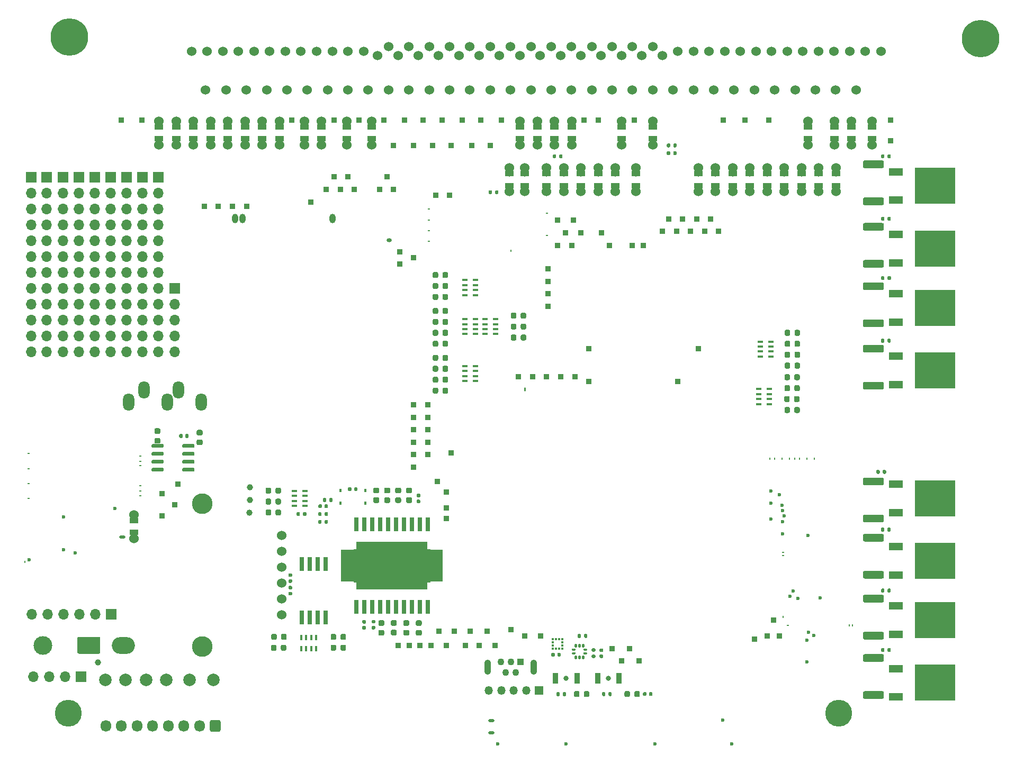
<source format=gts>
G04 #@! TF.GenerationSoftware,KiCad,Pcbnew,(5.99.0-11247-g3f6811f413)*
G04 #@! TF.CreationDate,2021-08-13T00:10:12+03:00*
G04 #@! TF.ProjectId,hellen88bmw,68656c6c-656e-4383-9862-6d772e6b6963,rev?*
G04 #@! TF.SameCoordinates,PX3d1b110PY9269338*
G04 #@! TF.FileFunction,Soldermask,Top*
G04 #@! TF.FilePolarity,Negative*
%FSLAX46Y46*%
G04 Gerber Fmt 4.6, Leading zero omitted, Abs format (unit mm)*
G04 Created by KiCad (PCBNEW (5.99.0-11247-g3f6811f413)) date 2021-08-13 00:10:12*
%MOMM*%
%LPD*%
G01*
G04 APERTURE LIST*
%ADD10C,0.010000*%
%ADD11C,0.599999*%
%ADD12O,1.000001X0.499999*%
%ADD13R,0.640000X2.160000*%
%ADD14C,6.000000*%
%ADD15C,1.524000*%
%ADD16R,1.397000X0.889000*%
%ADD17R,0.203200X1.524000*%
%ADD18R,2.200000X1.200000*%
%ADD19R,6.400000X5.800000*%
%ADD20R,1.700000X1.700000*%
%ADD21O,1.700000X1.700000*%
%ADD22C,4.300000*%
%ADD23R,0.850000X0.850000*%
%ADD24C,1.000000*%
%ADD25C,0.800000*%
%ADD26R,0.900000X1.700000*%
%ADD27R,0.900000X0.400000*%
%ADD28C,2.000000*%
%ADD29R,1.350000X1.350000*%
%ADD30O,1.350000X1.350000*%
%ADD31R,1.100000X1.100000*%
%ADD32C,1.100000*%
%ADD33O,1.100000X2.400000*%
%ADD34O,0.499999X0.250000*%
%ADD35O,0.250000X0.499999*%
%ADD36O,0.500000X0.250000*%
%ADD37O,0.250000X0.500000*%
%ADD38C,3.000000*%
%ADD39O,3.700000X2.700000*%
%ADD40R,0.400000X0.900000*%
%ADD41O,1.700000X1.850000*%
%ADD42O,1.800000X2.800000*%
%ADD43C,3.302000*%
%ADD44O,1.000001X1.500000*%
%ADD45O,0.800001X0.599999*%
%ADD46O,0.200000X0.499999*%
%ADD47O,0.200000X0.399999*%
%ADD48R,2.032000X5.080000*%
%ADD49R,11.430000X7.620000*%
%ADD50R,0.800000X2.200000*%
%ADD51R,0.350000X0.400000*%
%ADD52R,0.400000X0.350000*%
%ADD53R,0.450000X0.600000*%
G04 APERTURE END LIST*
D10*
G04 #@! TO.C,U6*
X53480550Y26631400D02*
X53080000Y26631400D01*
X53080000Y26631400D02*
X53080000Y31917320D01*
X53080000Y31917320D02*
X53480550Y31917320D01*
X53480550Y31917320D02*
X53480550Y26631400D01*
G36*
X53480550Y26631400D02*
G01*
X53080000Y26631400D01*
X53080000Y31917320D01*
X53480550Y31917320D01*
X53480550Y26631400D01*
G37*
X53480550Y26631400D02*
X53080000Y26631400D01*
X53080000Y31917320D01*
X53480550Y31917320D01*
X53480550Y26631400D01*
X65284150Y26631400D02*
X64865600Y26631400D01*
X64865600Y26631400D02*
X64865600Y31919860D01*
X64865600Y31919860D02*
X65284150Y31919860D01*
X65284150Y31919860D02*
X65284150Y26631400D01*
G36*
X65284150Y26631400D02*
G01*
X64865600Y26631400D01*
X64865600Y31919860D01*
X65284150Y31919860D01*
X65284150Y26631400D01*
G37*
X65284150Y26631400D02*
X64865600Y26631400D01*
X64865600Y31919860D01*
X65284150Y31919860D01*
X65284150Y26631400D01*
G04 #@! TD*
D11*
G04 #@! TO.C,M5*
X76138503Y735480D03*
X113501769Y735480D03*
X101238501Y735480D03*
D12*
X75118505Y4460491D03*
D11*
X87038502Y735480D03*
D12*
X75118500Y2560490D03*
D11*
X112113496Y4535492D03*
G04 #@! TD*
D13*
G04 #@! TO.C,U1*
X44771000Y21003000D03*
X46041000Y21003000D03*
X47311000Y21003000D03*
X48581000Y21003000D03*
X48581000Y29543000D03*
X47311000Y29543000D03*
X46041000Y29543000D03*
X44771000Y29543000D03*
G04 #@! TD*
D14*
G04 #@! TO.C,\u002Aref1*
X7632400Y113856400D03*
X153342400Y113606400D03*
D15*
X27142400Y111606400D03*
X32142400Y111606400D03*
X37142400Y111606400D03*
X42142400Y111606400D03*
X47142400Y111606400D03*
X52142400Y111606400D03*
X56892400Y110856400D03*
X60142400Y110856400D03*
X63392400Y110856400D03*
X66642400Y110856400D03*
X69892400Y110856400D03*
X73142400Y110856400D03*
X76392400Y110856400D03*
X79642400Y110856400D03*
X82892400Y110856400D03*
X86142400Y110856400D03*
X89392400Y110856400D03*
X92642400Y110856400D03*
X95892400Y110856400D03*
X99142400Y110856400D03*
X102392400Y110856400D03*
X107392400Y111606400D03*
X112392400Y111606400D03*
X117392400Y111606400D03*
X122392400Y111606400D03*
X127392400Y111606400D03*
X132392400Y111606400D03*
X137392400Y111606400D03*
X29642400Y111606400D03*
X34642400Y111606400D03*
X39642400Y111606400D03*
X44642400Y111606400D03*
X49642400Y111606400D03*
X54642400Y111606400D03*
X58642400Y112356400D03*
X61892400Y112356400D03*
X65142400Y112356400D03*
X68392400Y112356400D03*
X71642400Y112356400D03*
X74892400Y112356400D03*
X78142400Y112356400D03*
X81392400Y112356400D03*
X84642400Y112356400D03*
X87892400Y112356400D03*
X91142400Y112356400D03*
X94392400Y112356400D03*
X97642400Y112356400D03*
X100892400Y112356400D03*
X104892400Y111606400D03*
X109892400Y111606400D03*
X114892400Y111606400D03*
X119892400Y111606400D03*
X124892400Y111606400D03*
X129892400Y111606400D03*
X134892400Y111606400D03*
X29392400Y105356400D03*
X32642400Y105356400D03*
X35892400Y105356400D03*
X39142400Y105356400D03*
X42392400Y105356400D03*
X45642400Y105356400D03*
X48892400Y105356400D03*
X52142400Y105356400D03*
X55392400Y105356400D03*
X58642400Y105356400D03*
X61892400Y105356400D03*
X65142400Y105356400D03*
X68392400Y105356400D03*
X71642400Y105356400D03*
X74892400Y105356400D03*
X78142400Y105356400D03*
X81392400Y105356400D03*
X84642400Y105356400D03*
X87892400Y105356400D03*
X91142400Y105356400D03*
X94392400Y105356400D03*
X97642400Y105356400D03*
X100892400Y105356400D03*
X104142400Y105356400D03*
X107392400Y105356400D03*
X110642400Y105356400D03*
X113892400Y105356400D03*
X117142400Y105356400D03*
X120392400Y105356400D03*
X123642400Y105356400D03*
X126892400Y105356400D03*
X130142400Y105356400D03*
X133392400Y105356400D03*
G04 #@! TD*
D16*
G04 #@! TO.C,JP1*
X21926000Y99475500D03*
D15*
X21926000Y100428000D03*
D17*
X21926000Y99793000D03*
X21926000Y97253000D03*
D15*
X21926000Y96618000D03*
D16*
X21926000Y97570500D03*
G04 #@! TD*
G04 #@! TO.C,JP3*
X30176000Y99475500D03*
D15*
X30176000Y100428000D03*
D17*
X30176000Y99793000D03*
D15*
X30176000Y96618000D03*
D17*
X30176000Y97253000D03*
D16*
X30176000Y97570500D03*
G04 #@! TD*
G04 #@! TO.C,JP4*
X35676000Y99475500D03*
D15*
X35676000Y100428000D03*
D17*
X35676000Y99793000D03*
D16*
X35676000Y97570500D03*
D15*
X35676000Y96618000D03*
D17*
X35676000Y97253000D03*
G04 #@! TD*
G04 #@! TO.C,JP5*
X45176000Y99793000D03*
D15*
X45176000Y100428000D03*
D16*
X45176000Y99475500D03*
D17*
X45176000Y97253000D03*
D16*
X45176000Y97570500D03*
D15*
X45176000Y96618000D03*
G04 #@! TD*
G04 #@! TO.C,JP7*
X51926000Y100428000D03*
D16*
X51926000Y99475500D03*
D17*
X51926000Y99793000D03*
D16*
X51926000Y97570500D03*
D17*
X51926000Y97253000D03*
D15*
X51926000Y96618000D03*
G04 #@! TD*
D16*
G04 #@! TO.C,JP14*
X79676000Y99475500D03*
D15*
X79676000Y100428000D03*
D17*
X79676000Y99793000D03*
D16*
X79676000Y97570500D03*
D17*
X79676000Y97253000D03*
D15*
X79676000Y96618000D03*
G04 #@! TD*
D17*
G04 #@! TO.C,JP16*
X85176000Y99793000D03*
D15*
X85176000Y100428000D03*
D16*
X85176000Y99475500D03*
X85176000Y97570500D03*
D15*
X85176000Y96618000D03*
D17*
X85176000Y97253000D03*
G04 #@! TD*
G04 #@! TO.C,JP17*
X87926000Y99793000D03*
D16*
X87926000Y99475500D03*
D15*
X87926000Y100428000D03*
D16*
X87926000Y97570500D03*
D17*
X87926000Y97253000D03*
D15*
X87926000Y96618000D03*
G04 #@! TD*
D17*
G04 #@! TO.C,JP20*
X94926000Y92293000D03*
D16*
X94926000Y91975500D03*
D15*
X94926000Y92928000D03*
D16*
X94926000Y90070500D03*
D17*
X94926000Y89753000D03*
D15*
X94926000Y89118000D03*
G04 #@! TD*
D17*
G04 #@! TO.C,JP21*
X98176000Y92293000D03*
D16*
X98176000Y91975500D03*
D15*
X98176000Y92928000D03*
X98176000Y89118000D03*
D17*
X98176000Y89753000D03*
D16*
X98176000Y90070500D03*
G04 #@! TD*
D15*
G04 #@! TO.C,JP22*
X110926000Y92928000D03*
D16*
X110926000Y91975500D03*
D17*
X110926000Y92293000D03*
D15*
X110926000Y89118000D03*
D16*
X110926000Y90070500D03*
D17*
X110926000Y89753000D03*
G04 #@! TD*
D16*
G04 #@! TO.C,JP23*
X116426000Y91975500D03*
D17*
X116426000Y92293000D03*
D15*
X116426000Y92928000D03*
X116426000Y89118000D03*
D17*
X116426000Y89753000D03*
D16*
X116426000Y90070500D03*
G04 #@! TD*
G04 #@! TO.C,JP24*
X121926000Y91975500D03*
D17*
X121926000Y92293000D03*
D15*
X121926000Y92928000D03*
X121926000Y89118000D03*
D16*
X121926000Y90070500D03*
D17*
X121926000Y89753000D03*
G04 #@! TD*
G04 #@! TO.C,JP25*
X125676000Y99793000D03*
D16*
X125676000Y99475500D03*
D15*
X125676000Y100428000D03*
X125676000Y96618000D03*
D16*
X125676000Y97570500D03*
D17*
X125676000Y97253000D03*
G04 #@! TD*
D15*
G04 #@! TO.C,JP26*
X129926000Y100428000D03*
D17*
X129926000Y99793000D03*
D16*
X129926000Y99475500D03*
D17*
X129926000Y97253000D03*
D15*
X129926000Y96618000D03*
D16*
X129926000Y97570500D03*
G04 #@! TD*
D15*
G04 #@! TO.C,JP27*
X135926000Y100428000D03*
D16*
X135926000Y99475500D03*
D17*
X135926000Y99793000D03*
D16*
X135926000Y97570500D03*
D15*
X135926000Y96618000D03*
D17*
X135926000Y97253000D03*
G04 #@! TD*
D16*
G04 #@! TO.C,JP29*
X24676000Y99475500D03*
D15*
X24676000Y100428000D03*
D17*
X24676000Y99793000D03*
D15*
X24676000Y96618000D03*
D17*
X24676000Y97253000D03*
D16*
X24676000Y97570500D03*
G04 #@! TD*
G04 #@! TO.C,JP31*
X32926000Y99475500D03*
D15*
X32926000Y100428000D03*
D17*
X32926000Y99793000D03*
D15*
X32926000Y96618000D03*
D16*
X32926000Y97570500D03*
D17*
X32926000Y97253000D03*
G04 #@! TD*
D16*
G04 #@! TO.C,JP32*
X41176000Y99475500D03*
D15*
X41176000Y100428000D03*
D17*
X41176000Y99793000D03*
D15*
X41176000Y96618000D03*
D16*
X41176000Y97570500D03*
D17*
X41176000Y97253000D03*
G04 #@! TD*
D16*
G04 #@! TO.C,JP33*
X47926000Y99475500D03*
D17*
X47926000Y99793000D03*
D15*
X47926000Y100428000D03*
D17*
X47926000Y97253000D03*
D16*
X47926000Y97570500D03*
D15*
X47926000Y96618000D03*
G04 #@! TD*
G04 #@! TO.C,JP35*
X55926000Y100428000D03*
D17*
X55926000Y99793000D03*
D16*
X55926000Y99475500D03*
D17*
X55926000Y97253000D03*
D16*
X55926000Y97570500D03*
D15*
X55926000Y96618000D03*
G04 #@! TD*
D16*
G04 #@! TO.C,JP41*
X77926000Y91975500D03*
D17*
X77926000Y92293000D03*
D15*
X77926000Y92928000D03*
D16*
X77926000Y90070500D03*
D15*
X77926000Y89118000D03*
D17*
X77926000Y89753000D03*
G04 #@! TD*
D16*
G04 #@! TO.C,JP42*
X80426000Y91975500D03*
D17*
X80426000Y92293000D03*
D15*
X80426000Y92928000D03*
D16*
X80426000Y90070500D03*
D17*
X80426000Y89753000D03*
D15*
X80426000Y89118000D03*
G04 #@! TD*
G04 #@! TO.C,JP43*
X82426000Y100428000D03*
D17*
X82426000Y99793000D03*
D16*
X82426000Y99475500D03*
D15*
X82426000Y96618000D03*
D17*
X82426000Y97253000D03*
D16*
X82426000Y97570500D03*
G04 #@! TD*
D17*
G04 #@! TO.C,JP44*
X86676000Y92293000D03*
D15*
X86676000Y92928000D03*
D16*
X86676000Y91975500D03*
D17*
X86676000Y89753000D03*
D16*
X86676000Y90070500D03*
D15*
X86676000Y89118000D03*
G04 #@! TD*
D16*
G04 #@! TO.C,JP46*
X89426000Y91975500D03*
D15*
X89426000Y92928000D03*
D17*
X89426000Y92293000D03*
D15*
X89426000Y89118000D03*
D17*
X89426000Y89753000D03*
D16*
X89426000Y90070500D03*
G04 #@! TD*
D17*
G04 #@! TO.C,JP47*
X92176000Y92293000D03*
D16*
X92176000Y91975500D03*
D15*
X92176000Y92928000D03*
D16*
X92176000Y90070500D03*
D17*
X92176000Y89753000D03*
D15*
X92176000Y89118000D03*
G04 #@! TD*
G04 #@! TO.C,JP50*
X113676000Y92928000D03*
D17*
X113676000Y92293000D03*
D16*
X113676000Y91975500D03*
D15*
X113676000Y89118000D03*
D16*
X113676000Y90070500D03*
D17*
X113676000Y89753000D03*
G04 #@! TD*
D16*
G04 #@! TO.C,JP51*
X119176000Y91975500D03*
D15*
X119176000Y92928000D03*
D17*
X119176000Y92293000D03*
D15*
X119176000Y89118000D03*
D17*
X119176000Y89753000D03*
D16*
X119176000Y90070500D03*
G04 #@! TD*
G04 #@! TO.C,JP52*
X124676000Y91975500D03*
D17*
X124676000Y92293000D03*
D15*
X124676000Y92928000D03*
D17*
X124676000Y89753000D03*
D16*
X124676000Y90070500D03*
D15*
X124676000Y89118000D03*
G04 #@! TD*
D17*
G04 #@! TO.C,JP54*
X132676000Y99793000D03*
D16*
X132676000Y99475500D03*
D15*
X132676000Y100428000D03*
X132676000Y96618000D03*
D17*
X132676000Y97253000D03*
D16*
X132676000Y97570500D03*
G04 #@! TD*
G04 #@! TO.C,JP56*
X27426000Y99475500D03*
D15*
X27426000Y100428000D03*
D17*
X27426000Y99793000D03*
D16*
X27426000Y97570500D03*
D17*
X27426000Y97253000D03*
D15*
X27426000Y96618000D03*
G04 #@! TD*
D17*
G04 #@! TO.C,JP73*
X83926000Y92293000D03*
D15*
X83926000Y92928000D03*
D16*
X83926000Y91975500D03*
D17*
X83926000Y89753000D03*
D15*
X83926000Y89118000D03*
D16*
X83926000Y90070500D03*
G04 #@! TD*
D15*
G04 #@! TO.C,JP77*
X95926000Y100428000D03*
D17*
X95926000Y99793000D03*
D16*
X95926000Y99475500D03*
X95926000Y97570500D03*
D15*
X95926000Y96618000D03*
D17*
X95926000Y97253000D03*
G04 #@! TD*
D15*
G04 #@! TO.C,JP78*
X100926000Y100428000D03*
D16*
X100926000Y99475500D03*
D17*
X100926000Y99793000D03*
D15*
X100926000Y96618000D03*
D16*
X100926000Y97570500D03*
D17*
X100926000Y97253000D03*
G04 #@! TD*
D16*
G04 #@! TO.C,JP85*
X130176000Y91975500D03*
D17*
X130176000Y92293000D03*
D15*
X130176000Y92928000D03*
D16*
X130176000Y90070500D03*
D15*
X130176000Y89118000D03*
D17*
X130176000Y89753000D03*
G04 #@! TD*
G04 #@! TO.C,JP86*
X127426000Y92293000D03*
D16*
X127426000Y91975500D03*
D15*
X127426000Y92928000D03*
D16*
X127426000Y90070500D03*
D17*
X127426000Y89753000D03*
D15*
X127426000Y89118000D03*
G04 #@! TD*
D17*
G04 #@! TO.C,JP59*
X38426000Y99793000D03*
D15*
X38426000Y100428000D03*
D16*
X38426000Y99475500D03*
D17*
X38426000Y97253000D03*
D15*
X38426000Y96618000D03*
D16*
X38426000Y97570500D03*
G04 #@! TD*
D17*
G04 #@! TO.C,JP49*
X108176000Y92293000D03*
D16*
X108176000Y91975500D03*
D15*
X108176000Y92928000D03*
D16*
X108176000Y90070500D03*
D15*
X108176000Y89118000D03*
D17*
X108176000Y89753000D03*
G04 #@! TD*
D18*
G04 #@! TO.C,Q1*
X139726000Y32303000D03*
D19*
X146026000Y30023000D03*
D18*
X139726000Y27743000D03*
G04 #@! TD*
G04 #@! TO.C,Q6*
X139726000Y92303000D03*
D19*
X146026000Y90023000D03*
D18*
X139726000Y87743000D03*
G04 #@! TD*
G04 #@! TO.C,Q2*
X139726000Y42303000D03*
D19*
X146026000Y40023000D03*
D18*
X139726000Y37743000D03*
G04 #@! TD*
G04 #@! TO.C,Q5*
X139726000Y82303000D03*
D19*
X146026000Y80023000D03*
D18*
X139726000Y77743000D03*
G04 #@! TD*
G04 #@! TO.C,Q3*
X139726000Y62803000D03*
D19*
X146026000Y60523000D03*
D18*
X139726000Y58243000D03*
G04 #@! TD*
G04 #@! TO.C,Q4*
X139726000Y72803000D03*
D19*
X146026000Y70523000D03*
D18*
X139726000Y68243000D03*
G04 #@! TD*
G04 #@! TO.C,C1*
G36*
G01*
X42756000Y26033000D02*
X43096000Y26033000D01*
G75*
G02*
X43236000Y25893000I0J-140000D01*
G01*
X43236000Y25613000D01*
G75*
G02*
X43096000Y25473000I-140000J0D01*
G01*
X42756000Y25473000D01*
G75*
G02*
X42616000Y25613000I0J140000D01*
G01*
X42616000Y25893000D01*
G75*
G02*
X42756000Y26033000I140000J0D01*
G01*
G37*
G36*
G01*
X42756000Y25073000D02*
X43096000Y25073000D01*
G75*
G02*
X43236000Y24933000I0J-140000D01*
G01*
X43236000Y24653000D01*
G75*
G02*
X43096000Y24513000I-140000J0D01*
G01*
X42756000Y24513000D01*
G75*
G02*
X42616000Y24653000I0J140000D01*
G01*
X42616000Y24933000D01*
G75*
G02*
X42756000Y25073000I140000J0D01*
G01*
G37*
G04 #@! TD*
G04 #@! TO.C,C2*
G36*
G01*
X43096000Y26513000D02*
X42756000Y26513000D01*
G75*
G02*
X42616000Y26653000I0J140000D01*
G01*
X42616000Y26933000D01*
G75*
G02*
X42756000Y27073000I140000J0D01*
G01*
X43096000Y27073000D01*
G75*
G02*
X43236000Y26933000I0J-140000D01*
G01*
X43236000Y26653000D01*
G75*
G02*
X43096000Y26513000I-140000J0D01*
G01*
G37*
G36*
G01*
X43096000Y27473000D02*
X42756000Y27473000D01*
G75*
G02*
X42616000Y27613000I0J140000D01*
G01*
X42616000Y27893000D01*
G75*
G02*
X42756000Y28033000I140000J0D01*
G01*
X43096000Y28033000D01*
G75*
G02*
X43236000Y27893000I0J-140000D01*
G01*
X43236000Y27613000D01*
G75*
G02*
X43096000Y27473000I-140000J0D01*
G01*
G37*
G04 #@! TD*
D20*
G04 #@! TO.C,J4*
X24476000Y73653000D03*
D21*
X24476000Y71113000D03*
X24476000Y68573000D03*
X24476000Y66033000D03*
X24476000Y63493000D03*
G04 #@! TD*
D20*
G04 #@! TO.C,J5*
X1516000Y91433000D03*
D21*
X1516000Y88893000D03*
X1516000Y86353000D03*
X1516000Y83813000D03*
X1516000Y81273000D03*
X1516000Y78733000D03*
X1516000Y76193000D03*
X1516000Y73653000D03*
X1516000Y71113000D03*
X1516000Y68573000D03*
X1516000Y66033000D03*
X1516000Y63493000D03*
G04 #@! TD*
D20*
G04 #@! TO.C,J6*
X3976001Y91433000D03*
D21*
X3976001Y88893000D03*
X3976001Y86353000D03*
X3976001Y83813000D03*
X3976001Y81273000D03*
X3976001Y78733000D03*
X3976001Y76193000D03*
X3976001Y73653000D03*
X3976001Y71113000D03*
X3976001Y68573000D03*
X3976001Y66033000D03*
X3976001Y63493000D03*
G04 #@! TD*
D20*
G04 #@! TO.C,J7*
X6596000Y91433000D03*
D21*
X6596000Y88893000D03*
X6596000Y86353000D03*
X6596000Y83813000D03*
X6596000Y81273000D03*
X6596000Y78733000D03*
X6596000Y76193000D03*
X6596000Y73653000D03*
X6596000Y71113000D03*
X6596000Y68573000D03*
X6596000Y66033000D03*
X6596000Y63493000D03*
G04 #@! TD*
D20*
G04 #@! TO.C,J8*
X9136000Y91433000D03*
D21*
X9136000Y88893000D03*
X9136000Y86353000D03*
X9136000Y83813000D03*
X9136000Y81273000D03*
X9136000Y78733000D03*
X9136000Y76193000D03*
X9136000Y73653000D03*
X9136000Y71113000D03*
X9136000Y68573000D03*
X9136000Y66033000D03*
X9136000Y63493000D03*
G04 #@! TD*
D20*
G04 #@! TO.C,J9*
X11676000Y91433000D03*
D21*
X11676000Y88893000D03*
X11676000Y86353000D03*
X11676000Y83813000D03*
X11676000Y81273000D03*
X11676000Y78733000D03*
X11676000Y76193000D03*
X11676000Y73653000D03*
X11676000Y71113000D03*
X11676000Y68573000D03*
X11676000Y66033000D03*
X11676000Y63493000D03*
G04 #@! TD*
D20*
G04 #@! TO.C,J10*
X14216000Y91433000D03*
D21*
X14216000Y88893000D03*
X14216000Y86353000D03*
X14216000Y83813000D03*
X14216000Y81273000D03*
X14216000Y78733000D03*
X14216000Y76193000D03*
X14216000Y73653000D03*
X14216000Y71113000D03*
X14216000Y68573000D03*
X14216000Y66033000D03*
X14216000Y63493000D03*
G04 #@! TD*
D20*
G04 #@! TO.C,J11*
X16756000Y91433000D03*
D21*
X16756000Y88893000D03*
X16756000Y86353000D03*
X16756000Y83813000D03*
X16756000Y81273000D03*
X16756000Y78733000D03*
X16756000Y76193000D03*
X16756000Y73653000D03*
X16756000Y71113000D03*
X16756000Y68573000D03*
X16756000Y66033000D03*
X16756000Y63493000D03*
G04 #@! TD*
D20*
G04 #@! TO.C,J12*
X19296000Y91433000D03*
D21*
X19296000Y88893000D03*
X19296000Y86353000D03*
X19296000Y83813000D03*
X19296000Y81273000D03*
X19296000Y78733000D03*
X19296000Y76193000D03*
X19296000Y73653000D03*
X19296000Y71113000D03*
X19296000Y68573000D03*
X19296000Y66033000D03*
X19296000Y63493000D03*
G04 #@! TD*
D20*
G04 #@! TO.C,J13*
X21836000Y91433000D03*
D21*
X21836000Y88893000D03*
X21836000Y86353000D03*
X21836000Y83813000D03*
X21836000Y81273000D03*
X21836000Y78733000D03*
X21836000Y76193000D03*
X21836000Y73653000D03*
X21836000Y71113000D03*
X21836000Y68573000D03*
X21836000Y66033000D03*
X21836000Y63493000D03*
G04 #@! TD*
D22*
G04 #@! TO.C,H1*
X130622000Y5663000D03*
G04 #@! TD*
G04 #@! TO.C,H2*
X7432000Y5663000D03*
G04 #@! TD*
G04 #@! TO.C,R1*
G36*
G01*
X92777250Y8531750D02*
X92777250Y8901750D01*
G75*
G02*
X92912250Y9036750I135000J0D01*
G01*
X93182250Y9036750D01*
G75*
G02*
X93317250Y8901750I0J-135000D01*
G01*
X93317250Y8531750D01*
G75*
G02*
X93182250Y8396750I-135000J0D01*
G01*
X92912250Y8396750D01*
G75*
G02*
X92777250Y8531750I0J135000D01*
G01*
G37*
G36*
G01*
X93797250Y8531750D02*
X93797250Y8901750D01*
G75*
G02*
X93932250Y9036750I135000J0D01*
G01*
X94202250Y9036750D01*
G75*
G02*
X94337250Y8901750I0J-135000D01*
G01*
X94337250Y8531750D01*
G75*
G02*
X94202250Y8396750I-135000J0D01*
G01*
X93932250Y8396750D01*
G75*
G02*
X93797250Y8531750I0J135000D01*
G01*
G37*
G04 #@! TD*
G04 #@! TO.C,D14*
G36*
G01*
X40763036Y18129714D02*
X40763036Y17617214D01*
G75*
G02*
X40544286Y17398464I-218750J0D01*
G01*
X40106786Y17398464D01*
G75*
G02*
X39888036Y17617214I0J218750D01*
G01*
X39888036Y18129714D01*
G75*
G02*
X40106786Y18348464I218750J0D01*
G01*
X40544286Y18348464D01*
G75*
G02*
X40763036Y18129714I0J-218750D01*
G01*
G37*
G36*
G01*
X42338036Y18129714D02*
X42338036Y17617214D01*
G75*
G02*
X42119286Y17398464I-218750J0D01*
G01*
X41681786Y17398464D01*
G75*
G02*
X41463036Y17617214I0J218750D01*
G01*
X41463036Y18129714D01*
G75*
G02*
X41681786Y18348464I218750J0D01*
G01*
X42119286Y18348464D01*
G75*
G02*
X42338036Y18129714I0J-218750D01*
G01*
G37*
G04 #@! TD*
G04 #@! TO.C,R10*
G36*
G01*
X137601000Y17448000D02*
X134751000Y17448000D01*
G75*
G02*
X134501000Y17698000I0J250000D01*
G01*
X134501000Y18423000D01*
G75*
G02*
X134751000Y18673000I250000J0D01*
G01*
X137601000Y18673000D01*
G75*
G02*
X137851000Y18423000I0J-250000D01*
G01*
X137851000Y17698000D01*
G75*
G02*
X137601000Y17448000I-250000J0D01*
G01*
G37*
G36*
G01*
X137601000Y23373000D02*
X134751000Y23373000D01*
G75*
G02*
X134501000Y23623000I0J250000D01*
G01*
X134501000Y24348000D01*
G75*
G02*
X134751000Y24598000I250000J0D01*
G01*
X137601000Y24598000D01*
G75*
G02*
X137851000Y24348000I0J-250000D01*
G01*
X137851000Y23623000D01*
G75*
G02*
X137601000Y23373000I-250000J0D01*
G01*
G37*
G04 #@! TD*
D23*
G04 #@! TO.C,VOUT18*
X52176000Y91474215D03*
G04 #@! TD*
G04 #@! TO.C,D23*
G36*
G01*
X121988500Y66266750D02*
X121988500Y66779250D01*
G75*
G02*
X122207250Y66998000I218750J0D01*
G01*
X122644750Y66998000D01*
G75*
G02*
X122863500Y66779250I0J-218750D01*
G01*
X122863500Y66266750D01*
G75*
G02*
X122644750Y66048000I-218750J0D01*
G01*
X122207250Y66048000D01*
G75*
G02*
X121988500Y66266750I0J218750D01*
G01*
G37*
G36*
G01*
X123563500Y66266750D02*
X123563500Y66779250D01*
G75*
G02*
X123782250Y66998000I218750J0D01*
G01*
X124219750Y66998000D01*
G75*
G02*
X124438500Y66779250I0J-218750D01*
G01*
X124438500Y66266750D01*
G75*
G02*
X124219750Y66048000I-218750J0D01*
G01*
X123782250Y66048000D01*
G75*
G02*
X123563500Y66266750I0J218750D01*
G01*
G37*
G04 #@! TD*
G04 #@! TO.C,VOUT27*
X66426000Y42773000D03*
G04 #@! TD*
G04 #@! TO.C,VIN16*
X84176000Y76773000D03*
G04 #@! TD*
G04 #@! TO.C,D25*
G36*
G01*
X68151000Y66779250D02*
X68151000Y66266750D01*
G75*
G02*
X67932250Y66048000I-218750J0D01*
G01*
X67494750Y66048000D01*
G75*
G02*
X67276000Y66266750I0J218750D01*
G01*
X67276000Y66779250D01*
G75*
G02*
X67494750Y66998000I218750J0D01*
G01*
X67932250Y66998000D01*
G75*
G02*
X68151000Y66779250I0J-218750D01*
G01*
G37*
G36*
G01*
X66576000Y66779250D02*
X66576000Y66266750D01*
G75*
G02*
X66357250Y66048000I-218750J0D01*
G01*
X65919750Y66048000D01*
G75*
G02*
X65701000Y66266750I0J218750D01*
G01*
X65701000Y66779250D01*
G75*
G02*
X65919750Y66998000I218750J0D01*
G01*
X66357250Y66998000D01*
G75*
G02*
X66576000Y66779250I0J-218750D01*
G01*
G37*
G04 #@! TD*
G04 #@! TO.C,VOUT20*
X46176000Y87474215D03*
G04 #@! TD*
G04 #@! TO.C,D8*
G36*
G01*
X78201000Y69016750D02*
X78201000Y69529250D01*
G75*
G02*
X78419750Y69748000I218750J0D01*
G01*
X78857250Y69748000D01*
G75*
G02*
X79076000Y69529250I0J-218750D01*
G01*
X79076000Y69016750D01*
G75*
G02*
X78857250Y68798000I-218750J0D01*
G01*
X78419750Y68798000D01*
G75*
G02*
X78201000Y69016750I0J218750D01*
G01*
G37*
G36*
G01*
X79776000Y69016750D02*
X79776000Y69529250D01*
G75*
G02*
X79994750Y69748000I218750J0D01*
G01*
X80432250Y69748000D01*
G75*
G02*
X80651000Y69529250I0J-218750D01*
G01*
X80651000Y69016750D01*
G75*
G02*
X80432250Y68798000I-218750J0D01*
G01*
X79994750Y68798000D01*
G75*
G02*
X79776000Y69016750I0J218750D01*
G01*
G37*
G04 #@! TD*
D24*
G04 #@! TO.C,TP4*
X12176000Y13773000D03*
G04 #@! TD*
D23*
G04 #@! TO.C,VOUT1*
X60426000Y77523000D03*
G04 #@! TD*
G04 #@! TO.C,D27*
G36*
G01*
X68151000Y59279250D02*
X68151000Y58766750D01*
G75*
G02*
X67932250Y58548000I-218750J0D01*
G01*
X67494750Y58548000D01*
G75*
G02*
X67276000Y58766750I0J218750D01*
G01*
X67276000Y59279250D01*
G75*
G02*
X67494750Y59498000I218750J0D01*
G01*
X67932250Y59498000D01*
G75*
G02*
X68151000Y59279250I0J-218750D01*
G01*
G37*
G36*
G01*
X66576000Y59279250D02*
X66576000Y58766750D01*
G75*
G02*
X66357250Y58548000I-218750J0D01*
G01*
X65919750Y58548000D01*
G75*
G02*
X65701000Y58766750I0J218750D01*
G01*
X65701000Y59279250D01*
G75*
G02*
X65919750Y59498000I218750J0D01*
G01*
X66357250Y59498000D01*
G75*
G02*
X66576000Y59279250I0J-218750D01*
G01*
G37*
G04 #@! TD*
G04 #@! TO.C,MMCU14*
X67926000Y36773000D03*
G04 #@! TD*
G04 #@! TO.C,VIN14*
X99346002Y80520316D03*
G04 #@! TD*
G04 #@! TO.C,MMCU4*
X119176000Y18023000D03*
G04 #@! TD*
G04 #@! TO.C,MMCU31*
X60176000Y16523000D03*
G04 #@! TD*
G04 #@! TO.C,cr8*
X15926000Y100523000D03*
G04 #@! TD*
G04 #@! TO.C,D29*
G36*
G01*
X68151000Y65029250D02*
X68151000Y64516750D01*
G75*
G02*
X67932250Y64298000I-218750J0D01*
G01*
X67494750Y64298000D01*
G75*
G02*
X67276000Y64516750I0J218750D01*
G01*
X67276000Y65029250D01*
G75*
G02*
X67494750Y65248000I218750J0D01*
G01*
X67932250Y65248000D01*
G75*
G02*
X68151000Y65029250I0J-218750D01*
G01*
G37*
G36*
G01*
X66576000Y65029250D02*
X66576000Y64516750D01*
G75*
G02*
X66357250Y64298000I-218750J0D01*
G01*
X65919750Y64298000D01*
G75*
G02*
X65701000Y64516750I0J218750D01*
G01*
X65701000Y65029250D01*
G75*
G02*
X65919750Y65248000I218750J0D01*
G01*
X66357250Y65248000D01*
G75*
G02*
X66576000Y65029250I0J-218750D01*
G01*
G37*
G04 #@! TD*
D25*
G04 #@! TO.C,SW2*
X93807250Y11216750D03*
D26*
X92107250Y11216750D03*
X95507250Y11216750D03*
G04 #@! TD*
G04 #@! TO.C,D1*
G36*
G01*
X90744750Y8973000D02*
X90744750Y8460500D01*
G75*
G02*
X90526000Y8241750I-218750J0D01*
G01*
X90088500Y8241750D01*
G75*
G02*
X89869750Y8460500I0J218750D01*
G01*
X89869750Y8973000D01*
G75*
G02*
X90088500Y9191750I218750J0D01*
G01*
X90526000Y9191750D01*
G75*
G02*
X90744750Y8973000I0J-218750D01*
G01*
G37*
G36*
G01*
X89169750Y8973000D02*
X89169750Y8460500D01*
G75*
G02*
X88951000Y8241750I-218750J0D01*
G01*
X88513500Y8241750D01*
G75*
G02*
X88294750Y8460500I0J218750D01*
G01*
X88294750Y8973000D01*
G75*
G02*
X88513500Y9191750I218750J0D01*
G01*
X88951000Y9191750D01*
G75*
G02*
X89169750Y8973000I0J-218750D01*
G01*
G37*
G04 #@! TD*
D23*
G04 #@! TO.C,MMCU28*
X66676000Y18773000D03*
G04 #@! TD*
G04 #@! TO.C,VOUT10*
X62676000Y51023000D03*
G04 #@! TD*
G04 #@! TO.C,cr1*
X70426000Y100523000D03*
G04 #@! TD*
G04 #@! TO.C,MMCU30*
X63676000Y16523000D03*
G04 #@! TD*
D27*
G04 #@! TO.C,RN7*
X72526000Y66323000D03*
X72526000Y67123000D03*
X72526000Y67923000D03*
X72526000Y68723000D03*
X70826000Y68723000D03*
X70826000Y67923000D03*
X70826000Y67123000D03*
X70826000Y66323000D03*
G04 #@! TD*
D18*
G04 #@! TO.C,Q7*
X139726000Y22803000D03*
D19*
X146026000Y20523000D03*
D18*
X139726000Y18243000D03*
G04 #@! TD*
D23*
G04 #@! TO.C,MMCU18*
X65426000Y16523000D03*
G04 #@! TD*
G04 #@! TO.C,VIN11*
X85676000Y84523000D03*
G04 #@! TD*
G04 #@! TO.C,VIN4*
X106926000Y82773000D03*
G04 #@! TD*
G04 #@! TO.C,cr11*
X67176000Y100523000D03*
G04 #@! TD*
D28*
G04 #@! TO.C,P3*
X23090213Y11023000D03*
G04 #@! TD*
D23*
G04 #@! TO.C,MMCU9*
X74426000Y18773000D03*
G04 #@! TD*
G04 #@! TO.C,VIN6*
X84176000Y70773000D03*
G04 #@! TD*
G04 #@! TO.C,D28*
G36*
G01*
X68151000Y68529250D02*
X68151000Y68016750D01*
G75*
G02*
X67932250Y67798000I-218750J0D01*
G01*
X67494750Y67798000D01*
G75*
G02*
X67276000Y68016750I0J218750D01*
G01*
X67276000Y68529250D01*
G75*
G02*
X67494750Y68748000I218750J0D01*
G01*
X67932250Y68748000D01*
G75*
G02*
X68151000Y68529250I0J-218750D01*
G01*
G37*
G36*
G01*
X66576000Y68529250D02*
X66576000Y68016750D01*
G75*
G02*
X66357250Y67798000I-218750J0D01*
G01*
X65919750Y67798000D01*
G75*
G02*
X65701000Y68016750I0J218750D01*
G01*
X65701000Y68529250D01*
G75*
G02*
X65919750Y68748000I218750J0D01*
G01*
X66357250Y68748000D01*
G75*
G02*
X66576000Y68529250I0J-218750D01*
G01*
G37*
G04 #@! TD*
G04 #@! TO.C,R9*
G36*
G01*
X137601000Y57448000D02*
X134751000Y57448000D01*
G75*
G02*
X134501000Y57698000I0J250000D01*
G01*
X134501000Y58423000D01*
G75*
G02*
X134751000Y58673000I250000J0D01*
G01*
X137601000Y58673000D01*
G75*
G02*
X137851000Y58423000I0J-250000D01*
G01*
X137851000Y57698000D01*
G75*
G02*
X137601000Y57448000I-250000J0D01*
G01*
G37*
G36*
G01*
X137601000Y63373000D02*
X134751000Y63373000D01*
G75*
G02*
X134501000Y63623000I0J250000D01*
G01*
X134501000Y64348000D01*
G75*
G02*
X134751000Y64598000I250000J0D01*
G01*
X137601000Y64598000D01*
G75*
G02*
X137851000Y64348000I0J-250000D01*
G01*
X137851000Y63623000D01*
G75*
G02*
X137601000Y63373000I-250000J0D01*
G01*
G37*
G04 #@! TD*
G04 #@! TO.C,D11*
G36*
G01*
X68151000Y76029250D02*
X68151000Y75516750D01*
G75*
G02*
X67932250Y75298000I-218750J0D01*
G01*
X67494750Y75298000D01*
G75*
G02*
X67276000Y75516750I0J218750D01*
G01*
X67276000Y76029250D01*
G75*
G02*
X67494750Y76248000I218750J0D01*
G01*
X67932250Y76248000D01*
G75*
G02*
X68151000Y76029250I0J-218750D01*
G01*
G37*
G36*
G01*
X66576000Y76029250D02*
X66576000Y75516750D01*
G75*
G02*
X66357250Y75298000I-218750J0D01*
G01*
X65919750Y75298000D01*
G75*
G02*
X65701000Y75516750I0J218750D01*
G01*
X65701000Y76029250D01*
G75*
G02*
X65919750Y76248000I218750J0D01*
G01*
X66357250Y76248000D01*
G75*
G02*
X66576000Y76029250I0J-218750D01*
G01*
G37*
G04 #@! TD*
G04 #@! TO.C,VOUT5*
X48676000Y89474215D03*
G04 #@! TD*
G04 #@! TO.C,VIN19*
X107926000Y84773000D03*
G04 #@! TD*
G04 #@! TO.C,D22*
G36*
G01*
X121988500Y62766750D02*
X121988500Y63279250D01*
G75*
G02*
X122207250Y63498000I218750J0D01*
G01*
X122644750Y63498000D01*
G75*
G02*
X122863500Y63279250I0J-218750D01*
G01*
X122863500Y62766750D01*
G75*
G02*
X122644750Y62548000I-218750J0D01*
G01*
X122207250Y62548000D01*
G75*
G02*
X121988500Y62766750I0J218750D01*
G01*
G37*
G36*
G01*
X123563500Y62766750D02*
X123563500Y63279250D01*
G75*
G02*
X123782250Y63498000I218750J0D01*
G01*
X124219750Y63498000D01*
G75*
G02*
X124438500Y63279250I0J-218750D01*
G01*
X124438500Y62766750D01*
G75*
G02*
X124219750Y62548000I-218750J0D01*
G01*
X123782250Y62548000D01*
G75*
G02*
X123563500Y62766750I0J218750D01*
G01*
G37*
G04 #@! TD*
G04 #@! TO.C,KNOCK_RAW2*
X74926000Y96523000D03*
G04 #@! TD*
D27*
G04 #@! TO.C,RN4*
X72526000Y72573000D03*
X72526000Y73373000D03*
X72526000Y74173000D03*
X72526000Y74973000D03*
X70826000Y74973000D03*
X70826000Y74173000D03*
X70826000Y73373000D03*
X70826000Y72573000D03*
G04 #@! TD*
D23*
G04 #@! TO.C,MMCU2*
X120176000Y20523000D03*
G04 #@! TD*
G04 #@! TO.C,VIN18*
X93926000Y80523000D03*
G04 #@! TD*
G04 #@! TO.C,MMCU7*
X78176000Y19023000D03*
G04 #@! TD*
G04 #@! TO.C,R26*
G36*
G01*
X104706000Y95458000D02*
X104706000Y95088000D01*
G75*
G02*
X104571000Y94953000I-135000J0D01*
G01*
X104301000Y94953000D01*
G75*
G02*
X104166000Y95088000I0J135000D01*
G01*
X104166000Y95458000D01*
G75*
G02*
X104301000Y95593000I135000J0D01*
G01*
X104571000Y95593000D01*
G75*
G02*
X104706000Y95458000I0J-135000D01*
G01*
G37*
G36*
G01*
X103686000Y95458000D02*
X103686000Y95088000D01*
G75*
G02*
X103551000Y94953000I-135000J0D01*
G01*
X103281000Y94953000D01*
G75*
G02*
X103146000Y95088000I0J135000D01*
G01*
X103146000Y95458000D01*
G75*
G02*
X103281000Y95593000I135000J0D01*
G01*
X103551000Y95593000D01*
G75*
G02*
X103686000Y95458000I0J-135000D01*
G01*
G37*
G04 #@! TD*
G04 #@! TO.C,R14*
G36*
G01*
X134751000Y15098000D02*
X137601000Y15098000D01*
G75*
G02*
X137851000Y14848000I0J-250000D01*
G01*
X137851000Y14123000D01*
G75*
G02*
X137601000Y13873000I-250000J0D01*
G01*
X134751000Y13873000D01*
G75*
G02*
X134501000Y14123000I0J250000D01*
G01*
X134501000Y14848000D01*
G75*
G02*
X134751000Y15098000I250000J0D01*
G01*
G37*
G36*
G01*
X134751000Y9173000D02*
X137601000Y9173000D01*
G75*
G02*
X137851000Y8923000I0J-250000D01*
G01*
X137851000Y8198000D01*
G75*
G02*
X137601000Y7948000I-250000J0D01*
G01*
X134751000Y7948000D01*
G75*
G02*
X134501000Y8198000I0J250000D01*
G01*
X134501000Y8923000D01*
G75*
G02*
X134751000Y9173000I250000J0D01*
G01*
G37*
G04 #@! TD*
D24*
G04 #@! TO.C,TP3*
X36463500Y39773000D03*
G04 #@! TD*
G04 #@! TO.C,D16*
G36*
G01*
X121951000Y53916750D02*
X121951000Y54429250D01*
G75*
G02*
X122169750Y54648000I218750J0D01*
G01*
X122607250Y54648000D01*
G75*
G02*
X122826000Y54429250I0J-218750D01*
G01*
X122826000Y53916750D01*
G75*
G02*
X122607250Y53698000I-218750J0D01*
G01*
X122169750Y53698000D01*
G75*
G02*
X121951000Y53916750I0J218750D01*
G01*
G37*
G36*
G01*
X123526000Y53916750D02*
X123526000Y54429250D01*
G75*
G02*
X123744750Y54648000I218750J0D01*
G01*
X124182250Y54648000D01*
G75*
G02*
X124401000Y54429250I0J-218750D01*
G01*
X124401000Y53916750D01*
G75*
G02*
X124182250Y53698000I-218750J0D01*
G01*
X123744750Y53698000D01*
G75*
G02*
X123526000Y53916750I0J218750D01*
G01*
G37*
G04 #@! TD*
D29*
G04 #@! TO.C,J2*
X82676000Y9273000D03*
D30*
X80676000Y9273000D03*
X78676000Y9273000D03*
X76676000Y9273000D03*
X74676000Y9273000D03*
G04 #@! TD*
D23*
G04 #@! TO.C,MMCU10*
X73176000Y16523000D03*
G04 #@! TD*
G04 #@! TO.C,VIN15*
X97596002Y80520316D03*
G04 #@! TD*
G04 #@! TO.C,MMCU29*
X64926000Y51023000D03*
G04 #@! TD*
G04 #@! TO.C,R4*
G36*
G01*
X74646000Y88838000D02*
X74646000Y89208000D01*
G75*
G02*
X74781000Y89343000I135000J0D01*
G01*
X75051000Y89343000D01*
G75*
G02*
X75186000Y89208000I0J-135000D01*
G01*
X75186000Y88838000D01*
G75*
G02*
X75051000Y88703000I-135000J0D01*
G01*
X74781000Y88703000D01*
G75*
G02*
X74646000Y88838000I0J135000D01*
G01*
G37*
G36*
G01*
X75666000Y88838000D02*
X75666000Y89208000D01*
G75*
G02*
X75801000Y89343000I135000J0D01*
G01*
X76071000Y89343000D01*
G75*
G02*
X76206000Y89208000I0J-135000D01*
G01*
X76206000Y88838000D01*
G75*
G02*
X76071000Y88703000I-135000J0D01*
G01*
X75801000Y88703000D01*
G75*
G02*
X75666000Y88838000I0J135000D01*
G01*
G37*
G04 #@! TD*
G04 #@! TO.C,R7*
G36*
G01*
X137601000Y27198000D02*
X134751000Y27198000D01*
G75*
G02*
X134501000Y27448000I0J250000D01*
G01*
X134501000Y28173000D01*
G75*
G02*
X134751000Y28423000I250000J0D01*
G01*
X137601000Y28423000D01*
G75*
G02*
X137851000Y28173000I0J-250000D01*
G01*
X137851000Y27448000D01*
G75*
G02*
X137601000Y27198000I-250000J0D01*
G01*
G37*
G36*
G01*
X137601000Y33123000D02*
X134751000Y33123000D01*
G75*
G02*
X134501000Y33373000I0J250000D01*
G01*
X134501000Y34098000D01*
G75*
G02*
X134751000Y34348000I250000J0D01*
G01*
X137601000Y34348000D01*
G75*
G02*
X137851000Y34098000I0J-250000D01*
G01*
X137851000Y33373000D01*
G75*
G02*
X137601000Y33123000I-250000J0D01*
G01*
G37*
G04 #@! TD*
D27*
G04 #@! TO.C,RN5*
X117826000Y57523000D03*
X117826000Y56723000D03*
X117826000Y55923000D03*
X117826000Y55123000D03*
X119526000Y55123000D03*
X119526000Y55923000D03*
X119526000Y56723000D03*
X119526000Y57523000D03*
G04 #@! TD*
D23*
G04 #@! TO.C,VIN21*
X109176000Y82773000D03*
G04 #@! TD*
G04 #@! TO.C,MMCU15*
X61926000Y16523000D03*
G04 #@! TD*
G04 #@! TO.C,VIN7*
X90676000Y64023000D03*
G04 #@! TD*
G04 #@! TO.C,R18*
G36*
G01*
X136646000Y44088000D02*
X136646000Y44458000D01*
G75*
G02*
X136781000Y44593000I135000J0D01*
G01*
X137051000Y44593000D01*
G75*
G02*
X137186000Y44458000I0J-135000D01*
G01*
X137186000Y44088000D01*
G75*
G02*
X137051000Y43953000I-135000J0D01*
G01*
X136781000Y43953000D01*
G75*
G02*
X136646000Y44088000I0J135000D01*
G01*
G37*
G36*
G01*
X137666000Y44088000D02*
X137666000Y44458000D01*
G75*
G02*
X137801000Y44593000I135000J0D01*
G01*
X138071000Y44593000D01*
G75*
G02*
X138206000Y44458000I0J-135000D01*
G01*
X138206000Y44088000D01*
G75*
G02*
X138071000Y43953000I-135000J0D01*
G01*
X137801000Y43953000D01*
G75*
G02*
X137666000Y44088000I0J135000D01*
G01*
G37*
G04 #@! TD*
G04 #@! TO.C,VOUT19*
X57176000Y89474215D03*
G04 #@! TD*
G04 #@! TO.C,MMCU17*
X104926000Y58773000D03*
G04 #@! TD*
G04 #@! TO.C,R5*
G36*
G01*
X84906000Y94588000D02*
X84906000Y94958000D01*
G75*
G02*
X85041000Y95093000I135000J0D01*
G01*
X85311000Y95093000D01*
G75*
G02*
X85446000Y94958000I0J-135000D01*
G01*
X85446000Y94588000D01*
G75*
G02*
X85311000Y94453000I-135000J0D01*
G01*
X85041000Y94453000D01*
G75*
G02*
X84906000Y94588000I0J135000D01*
G01*
G37*
G36*
G01*
X85926000Y94588000D02*
X85926000Y94958000D01*
G75*
G02*
X86061000Y95093000I135000J0D01*
G01*
X86331000Y95093000D01*
G75*
G02*
X86466000Y94958000I0J-135000D01*
G01*
X86466000Y94588000D01*
G75*
G02*
X86331000Y94453000I-135000J0D01*
G01*
X86061000Y94453000D01*
G75*
G02*
X85926000Y94588000I0J135000D01*
G01*
G37*
G04 #@! TD*
G04 #@! TO.C,cr15*
X57926000Y100523000D03*
G04 #@! TD*
G04 #@! TO.C,MMCU8*
X75676000Y16523000D03*
G04 #@! TD*
G04 #@! TO.C,cr20*
X115676000Y100523000D03*
G04 #@! TD*
G04 #@! TO.C,R12*
G36*
G01*
X134751000Y84098000D02*
X137601000Y84098000D01*
G75*
G02*
X137851000Y83848000I0J-250000D01*
G01*
X137851000Y83123000D01*
G75*
G02*
X137601000Y82873000I-250000J0D01*
G01*
X134751000Y82873000D01*
G75*
G02*
X134501000Y83123000I0J250000D01*
G01*
X134501000Y83848000D01*
G75*
G02*
X134751000Y84098000I250000J0D01*
G01*
G37*
G36*
G01*
X134751000Y78173000D02*
X137601000Y78173000D01*
G75*
G02*
X137851000Y77923000I0J-250000D01*
G01*
X137851000Y77198000D01*
G75*
G02*
X137601000Y76948000I-250000J0D01*
G01*
X134751000Y76948000D01*
G75*
G02*
X134501000Y77198000I0J250000D01*
G01*
X134501000Y77923000D01*
G75*
G02*
X134751000Y78173000I250000J0D01*
G01*
G37*
G04 #@! TD*
D27*
G04 #@! TO.C,RN6*
X118076000Y65123000D03*
X118076000Y64323000D03*
X118076000Y63523000D03*
X118076000Y62723000D03*
X119776000Y62723000D03*
X119776000Y63523000D03*
X119776000Y64323000D03*
X119776000Y65123000D03*
G04 #@! TD*
D23*
G04 #@! TO.C,VIN10*
X89426000Y82523000D03*
G04 #@! TD*
G04 #@! TO.C,D3*
G36*
G01*
X78201000Y67266750D02*
X78201000Y67779250D01*
G75*
G02*
X78419750Y67998000I218750J0D01*
G01*
X78857250Y67998000D01*
G75*
G02*
X79076000Y67779250I0J-218750D01*
G01*
X79076000Y67266750D01*
G75*
G02*
X78857250Y67048000I-218750J0D01*
G01*
X78419750Y67048000D01*
G75*
G02*
X78201000Y67266750I0J218750D01*
G01*
G37*
G36*
G01*
X79776000Y67266750D02*
X79776000Y67779250D01*
G75*
G02*
X79994750Y67998000I218750J0D01*
G01*
X80432250Y67998000D01*
G75*
G02*
X80651000Y67779250I0J-218750D01*
G01*
X80651000Y67266750D01*
G75*
G02*
X80432250Y67048000I-218750J0D01*
G01*
X79994750Y67048000D01*
G75*
G02*
X79776000Y67266750I0J218750D01*
G01*
G37*
G04 #@! TD*
G04 #@! TO.C,MMCU5*
X82926000Y18023000D03*
G04 #@! TD*
G04 #@! TO.C,VIN17*
X84176000Y74773000D03*
G04 #@! TD*
G04 #@! TO.C,C8*
G36*
G01*
X28676000Y48548000D02*
X28176000Y48548000D01*
G75*
G02*
X27951000Y48773000I0J225000D01*
G01*
X27951000Y49223000D01*
G75*
G02*
X28176000Y49448000I225000J0D01*
G01*
X28676000Y49448000D01*
G75*
G02*
X28901000Y49223000I0J-225000D01*
G01*
X28901000Y48773000D01*
G75*
G02*
X28676000Y48548000I-225000J0D01*
G01*
G37*
G36*
G01*
X28676000Y50098000D02*
X28176000Y50098000D01*
G75*
G02*
X27951000Y50323000I0J225000D01*
G01*
X27951000Y50773000D01*
G75*
G02*
X28176000Y50998000I225000J0D01*
G01*
X28676000Y50998000D01*
G75*
G02*
X28901000Y50773000I0J-225000D01*
G01*
X28901000Y50323000D01*
G75*
G02*
X28676000Y50098000I-225000J0D01*
G01*
G37*
G04 #@! TD*
G04 #@! TO.C,D18*
G36*
G01*
X121988500Y61016750D02*
X121988500Y61529250D01*
G75*
G02*
X122207250Y61748000I218750J0D01*
G01*
X122644750Y61748000D01*
G75*
G02*
X122863500Y61529250I0J-218750D01*
G01*
X122863500Y61016750D01*
G75*
G02*
X122644750Y60798000I-218750J0D01*
G01*
X122207250Y60798000D01*
G75*
G02*
X121988500Y61016750I0J218750D01*
G01*
G37*
G36*
G01*
X123563500Y61016750D02*
X123563500Y61529250D01*
G75*
G02*
X123782250Y61748000I218750J0D01*
G01*
X124219750Y61748000D01*
G75*
G02*
X124438500Y61529250I0J-218750D01*
G01*
X124438500Y61016750D01*
G75*
G02*
X124219750Y60798000I-218750J0D01*
G01*
X123782250Y60798000D01*
G75*
G02*
X123563500Y61016750I0J218750D01*
G01*
G37*
G04 #@! TD*
G04 #@! TO.C,VIN25*
X105676000Y84773000D03*
G04 #@! TD*
G04 #@! TO.C,VOUT21*
X58426000Y91474215D03*
G04 #@! TD*
G04 #@! TO.C,R2*
G36*
G01*
X85489750Y8531750D02*
X85489750Y8901750D01*
G75*
G02*
X85624750Y9036750I135000J0D01*
G01*
X85894750Y9036750D01*
G75*
G02*
X86029750Y8901750I0J-135000D01*
G01*
X86029750Y8531750D01*
G75*
G02*
X85894750Y8396750I-135000J0D01*
G01*
X85624750Y8396750D01*
G75*
G02*
X85489750Y8531750I0J135000D01*
G01*
G37*
G36*
G01*
X86509750Y8531750D02*
X86509750Y8901750D01*
G75*
G02*
X86644750Y9036750I135000J0D01*
G01*
X86914750Y9036750D01*
G75*
G02*
X87049750Y8901750I0J-135000D01*
G01*
X87049750Y8531750D01*
G75*
G02*
X86914750Y8396750I-135000J0D01*
G01*
X86644750Y8396750D01*
G75*
G02*
X86509750Y8531750I0J135000D01*
G01*
G37*
G04 #@! TD*
D18*
G04 #@! TO.C,Q8*
X139726000Y12803000D03*
D19*
X146026000Y10523000D03*
D18*
X139726000Y8243000D03*
G04 #@! TD*
D23*
G04 #@! TO.C,VIN12*
X85676000Y80523000D03*
G04 #@! TD*
G04 #@! TO.C,MMCU39*
X64926000Y49023000D03*
G04 #@! TD*
G04 #@! TO.C,VOUT15*
X35926000Y86773000D03*
G04 #@! TD*
G04 #@! TO.C,VOUT3*
X59426000Y89474215D03*
G04 #@! TD*
G04 #@! TO.C,D15*
G36*
G01*
X68151000Y74279250D02*
X68151000Y73766750D01*
G75*
G02*
X67932250Y73548000I-218750J0D01*
G01*
X67494750Y73548000D01*
G75*
G02*
X67276000Y73766750I0J218750D01*
G01*
X67276000Y74279250D01*
G75*
G02*
X67494750Y74498000I218750J0D01*
G01*
X67932250Y74498000D01*
G75*
G02*
X68151000Y74279250I0J-218750D01*
G01*
G37*
G36*
G01*
X66576000Y74279250D02*
X66576000Y73766750D01*
G75*
G02*
X66357250Y73548000I-218750J0D01*
G01*
X65919750Y73548000D01*
G75*
G02*
X65701000Y73766750I0J218750D01*
G01*
X65701000Y74279250D01*
G75*
G02*
X65919750Y74498000I218750J0D01*
G01*
X66357250Y74498000D01*
G75*
G02*
X66576000Y74279250I0J-218750D01*
G01*
G37*
G04 #@! TD*
G04 #@! TO.C,D20*
G36*
G01*
X121913500Y55666750D02*
X121913500Y56179250D01*
G75*
G02*
X122132250Y56398000I218750J0D01*
G01*
X122569750Y56398000D01*
G75*
G02*
X122788500Y56179250I0J-218750D01*
G01*
X122788500Y55666750D01*
G75*
G02*
X122569750Y55448000I-218750J0D01*
G01*
X122132250Y55448000D01*
G75*
G02*
X121913500Y55666750I0J218750D01*
G01*
G37*
G36*
G01*
X123488500Y55666750D02*
X123488500Y56179250D01*
G75*
G02*
X123707250Y56398000I218750J0D01*
G01*
X124144750Y56398000D01*
G75*
G02*
X124363500Y56179250I0J-218750D01*
G01*
X124363500Y55666750D01*
G75*
G02*
X124144750Y55448000I-218750J0D01*
G01*
X123707250Y55448000D01*
G75*
G02*
X123488500Y55666750I0J218750D01*
G01*
G37*
G04 #@! TD*
G04 #@! TO.C,VOUT25*
X62676000Y53023000D03*
G04 #@! TD*
D27*
G04 #@! TO.C,RN8*
X72526000Y58823000D03*
X72526000Y59623000D03*
X72526000Y60423000D03*
X72526000Y61223000D03*
X70826000Y61223000D03*
X70826000Y60423000D03*
X70826000Y59623000D03*
X70826000Y58823000D03*
G04 #@! TD*
D31*
G04 #@! TO.C,J1*
X79776000Y13898000D03*
D32*
X78976000Y12148000D03*
X78176000Y13898000D03*
X77376000Y12148000D03*
X76576000Y13898000D03*
D33*
X81826000Y13023000D03*
X74526000Y13023000D03*
G04 #@! TD*
G04 #@! TO.C,R24*
G36*
G01*
X138956000Y15958000D02*
X138956000Y15588000D01*
G75*
G02*
X138821000Y15453000I-135000J0D01*
G01*
X138551000Y15453000D01*
G75*
G02*
X138416000Y15588000I0J135000D01*
G01*
X138416000Y15958000D01*
G75*
G02*
X138551000Y16093000I135000J0D01*
G01*
X138821000Y16093000D01*
G75*
G02*
X138956000Y15958000I0J-135000D01*
G01*
G37*
G36*
G01*
X137936000Y15958000D02*
X137936000Y15588000D01*
G75*
G02*
X137801000Y15453000I-135000J0D01*
G01*
X137531000Y15453000D01*
G75*
G02*
X137396000Y15588000I0J135000D01*
G01*
X137396000Y15958000D01*
G75*
G02*
X137531000Y16093000I135000J0D01*
G01*
X137801000Y16093000D01*
G75*
G02*
X137936000Y15958000I0J-135000D01*
G01*
G37*
G04 #@! TD*
D23*
G04 #@! TO.C,VIN3*
X102426000Y82773000D03*
G04 #@! TD*
G04 #@! TO.C,cr13*
X49926000Y100523000D03*
G04 #@! TD*
G04 #@! TO.C,MMCU38*
X64926000Y53023000D03*
G04 #@! TD*
G04 #@! TO.C,cr2*
X73426000Y100523000D03*
G04 #@! TD*
G04 #@! TO.C,R23*
G36*
G01*
X138966000Y75458000D02*
X138966000Y75088000D01*
G75*
G02*
X138831000Y74953000I-135000J0D01*
G01*
X138561000Y74953000D01*
G75*
G02*
X138426000Y75088000I0J135000D01*
G01*
X138426000Y75458000D01*
G75*
G02*
X138561000Y75593000I135000J0D01*
G01*
X138831000Y75593000D01*
G75*
G02*
X138966000Y75458000I0J-135000D01*
G01*
G37*
G36*
G01*
X137946000Y75458000D02*
X137946000Y75088000D01*
G75*
G02*
X137811000Y74953000I-135000J0D01*
G01*
X137541000Y74953000D01*
G75*
G02*
X137406000Y75088000I0J135000D01*
G01*
X137406000Y75458000D01*
G75*
G02*
X137541000Y75593000I135000J0D01*
G01*
X137811000Y75593000D01*
G75*
G02*
X137946000Y75458000I0J-135000D01*
G01*
G37*
G04 #@! TD*
G04 #@! TO.C,cr3*
X76676000Y100523000D03*
G04 #@! TD*
G04 #@! TO.C,U5*
G36*
G01*
X20726000Y48278000D02*
X20726000Y48578000D01*
G75*
G02*
X20876000Y48728000I150000J0D01*
G01*
X22526000Y48728000D01*
G75*
G02*
X22676000Y48578000I0J-150000D01*
G01*
X22676000Y48278000D01*
G75*
G02*
X22526000Y48128000I-150000J0D01*
G01*
X20876000Y48128000D01*
G75*
G02*
X20726000Y48278000I0J150000D01*
G01*
G37*
G36*
G01*
X20726000Y47008000D02*
X20726000Y47308000D01*
G75*
G02*
X20876000Y47458000I150000J0D01*
G01*
X22526000Y47458000D01*
G75*
G02*
X22676000Y47308000I0J-150000D01*
G01*
X22676000Y47008000D01*
G75*
G02*
X22526000Y46858000I-150000J0D01*
G01*
X20876000Y46858000D01*
G75*
G02*
X20726000Y47008000I0J150000D01*
G01*
G37*
G36*
G01*
X20726000Y45738000D02*
X20726000Y46038000D01*
G75*
G02*
X20876000Y46188000I150000J0D01*
G01*
X22526000Y46188000D01*
G75*
G02*
X22676000Y46038000I0J-150000D01*
G01*
X22676000Y45738000D01*
G75*
G02*
X22526000Y45588000I-150000J0D01*
G01*
X20876000Y45588000D01*
G75*
G02*
X20726000Y45738000I0J150000D01*
G01*
G37*
G36*
G01*
X20726000Y44468000D02*
X20726000Y44768000D01*
G75*
G02*
X20876000Y44918000I150000J0D01*
G01*
X22526000Y44918000D01*
G75*
G02*
X22676000Y44768000I0J-150000D01*
G01*
X22676000Y44468000D01*
G75*
G02*
X22526000Y44318000I-150000J0D01*
G01*
X20876000Y44318000D01*
G75*
G02*
X20726000Y44468000I0J150000D01*
G01*
G37*
G36*
G01*
X25676000Y44468000D02*
X25676000Y44768000D01*
G75*
G02*
X25826000Y44918000I150000J0D01*
G01*
X27476000Y44918000D01*
G75*
G02*
X27626000Y44768000I0J-150000D01*
G01*
X27626000Y44468000D01*
G75*
G02*
X27476000Y44318000I-150000J0D01*
G01*
X25826000Y44318000D01*
G75*
G02*
X25676000Y44468000I0J150000D01*
G01*
G37*
G36*
G01*
X25676000Y45738000D02*
X25676000Y46038000D01*
G75*
G02*
X25826000Y46188000I150000J0D01*
G01*
X27476000Y46188000D01*
G75*
G02*
X27626000Y46038000I0J-150000D01*
G01*
X27626000Y45738000D01*
G75*
G02*
X27476000Y45588000I-150000J0D01*
G01*
X25826000Y45588000D01*
G75*
G02*
X25676000Y45738000I0J150000D01*
G01*
G37*
G36*
G01*
X25676000Y47008000D02*
X25676000Y47308000D01*
G75*
G02*
X25826000Y47458000I150000J0D01*
G01*
X27476000Y47458000D01*
G75*
G02*
X27626000Y47308000I0J-150000D01*
G01*
X27626000Y47008000D01*
G75*
G02*
X27476000Y46858000I-150000J0D01*
G01*
X25826000Y46858000D01*
G75*
G02*
X25676000Y47008000I0J150000D01*
G01*
G37*
G36*
G01*
X25676000Y48278000D02*
X25676000Y48578000D01*
G75*
G02*
X25826000Y48728000I150000J0D01*
G01*
X27476000Y48728000D01*
G75*
G02*
X27626000Y48578000I0J-150000D01*
G01*
X27626000Y48278000D01*
G75*
G02*
X27476000Y48128000I-150000J0D01*
G01*
X25826000Y48128000D01*
G75*
G02*
X25676000Y48278000I0J150000D01*
G01*
G37*
G04 #@! TD*
G04 #@! TO.C,R25*
G36*
G01*
X104706000Y96708000D02*
X104706000Y96338000D01*
G75*
G02*
X104571000Y96203000I-135000J0D01*
G01*
X104301000Y96203000D01*
G75*
G02*
X104166000Y96338000I0J135000D01*
G01*
X104166000Y96708000D01*
G75*
G02*
X104301000Y96843000I135000J0D01*
G01*
X104571000Y96843000D01*
G75*
G02*
X104706000Y96708000I0J-135000D01*
G01*
G37*
G36*
G01*
X103686000Y96708000D02*
X103686000Y96338000D01*
G75*
G02*
X103551000Y96203000I-135000J0D01*
G01*
X103281000Y96203000D01*
G75*
G02*
X103146000Y96338000I0J135000D01*
G01*
X103146000Y96708000D01*
G75*
G02*
X103281000Y96843000I135000J0D01*
G01*
X103551000Y96843000D01*
G75*
G02*
X103686000Y96708000I0J-135000D01*
G01*
G37*
G04 #@! TD*
D34*
G04 #@! TO.C,M4*
X122501002Y19747997D03*
D35*
X132850996Y19697999D03*
X132350995Y19697999D03*
D11*
X125800998Y18648001D03*
X126676000Y18123001D03*
X125500996Y17373003D03*
X125575999Y13823002D03*
G04 #@! TD*
G04 #@! TO.C,R8*
G36*
G01*
X137601000Y36198000D02*
X134751000Y36198000D01*
G75*
G02*
X134501000Y36448000I0J250000D01*
G01*
X134501000Y37173000D01*
G75*
G02*
X134751000Y37423000I250000J0D01*
G01*
X137601000Y37423000D01*
G75*
G02*
X137851000Y37173000I0J-250000D01*
G01*
X137851000Y36448000D01*
G75*
G02*
X137601000Y36198000I-250000J0D01*
G01*
G37*
G36*
G01*
X137601000Y42123000D02*
X134751000Y42123000D01*
G75*
G02*
X134501000Y42373000I0J250000D01*
G01*
X134501000Y43098000D01*
G75*
G02*
X134751000Y43348000I250000J0D01*
G01*
X137601000Y43348000D01*
G75*
G02*
X137851000Y43098000I0J-250000D01*
G01*
X137851000Y42373000D01*
G75*
G02*
X137601000Y42123000I-250000J0D01*
G01*
G37*
G04 #@! TD*
G04 #@! TO.C,D21*
G36*
G01*
X121951000Y59166750D02*
X121951000Y59679250D01*
G75*
G02*
X122169750Y59898000I218750J0D01*
G01*
X122607250Y59898000D01*
G75*
G02*
X122826000Y59679250I0J-218750D01*
G01*
X122826000Y59166750D01*
G75*
G02*
X122607250Y58948000I-218750J0D01*
G01*
X122169750Y58948000D01*
G75*
G02*
X121951000Y59166750I0J218750D01*
G01*
G37*
G36*
G01*
X123526000Y59166750D02*
X123526000Y59679250D01*
G75*
G02*
X123744750Y59898000I218750J0D01*
G01*
X124182250Y59898000D01*
G75*
G02*
X124401000Y59679250I0J-218750D01*
G01*
X124401000Y59166750D01*
G75*
G02*
X124182250Y58948000I-218750J0D01*
G01*
X123744750Y58948000D01*
G75*
G02*
X123526000Y59166750I0J218750D01*
G01*
G37*
G04 #@! TD*
G04 #@! TO.C,R13*
G36*
G01*
X134751000Y74598000D02*
X137601000Y74598000D01*
G75*
G02*
X137851000Y74348000I0J-250000D01*
G01*
X137851000Y73623000D01*
G75*
G02*
X137601000Y73373000I-250000J0D01*
G01*
X134751000Y73373000D01*
G75*
G02*
X134501000Y73623000I0J250000D01*
G01*
X134501000Y74348000D01*
G75*
G02*
X134751000Y74598000I250000J0D01*
G01*
G37*
G36*
G01*
X134751000Y68673000D02*
X137601000Y68673000D01*
G75*
G02*
X137851000Y68423000I0J-250000D01*
G01*
X137851000Y67698000D01*
G75*
G02*
X137601000Y67448000I-250000J0D01*
G01*
X134751000Y67448000D01*
G75*
G02*
X134501000Y67698000I0J250000D01*
G01*
X134501000Y68423000D01*
G75*
G02*
X134751000Y68673000I250000J0D01*
G01*
G37*
G04 #@! TD*
D28*
G04 #@! TO.C,P5*
X16590213Y11023000D03*
G04 #@! TD*
G04 #@! TO.C,R3*
G36*
G01*
X43933500Y37338000D02*
X43933500Y37708000D01*
G75*
G02*
X44068500Y37843000I135000J0D01*
G01*
X44338500Y37843000D01*
G75*
G02*
X44473500Y37708000I0J-135000D01*
G01*
X44473500Y37338000D01*
G75*
G02*
X44338500Y37203000I-135000J0D01*
G01*
X44068500Y37203000D01*
G75*
G02*
X43933500Y37338000I0J135000D01*
G01*
G37*
G36*
G01*
X44953500Y37338000D02*
X44953500Y37708000D01*
G75*
G02*
X45088500Y37843000I135000J0D01*
G01*
X45358500Y37843000D01*
G75*
G02*
X45493500Y37708000I0J-135000D01*
G01*
X45493500Y37338000D01*
G75*
G02*
X45358500Y37203000I-135000J0D01*
G01*
X45088500Y37203000D01*
G75*
G02*
X44953500Y37338000I0J135000D01*
G01*
G37*
G04 #@! TD*
D23*
G04 #@! TO.C,VIN8*
X86926000Y82523000D03*
G04 #@! TD*
G04 #@! TO.C,R21*
G36*
G01*
X138956000Y94958000D02*
X138956000Y94588000D01*
G75*
G02*
X138821000Y94453000I-135000J0D01*
G01*
X138551000Y94453000D01*
G75*
G02*
X138416000Y94588000I0J135000D01*
G01*
X138416000Y94958000D01*
G75*
G02*
X138551000Y95093000I135000J0D01*
G01*
X138821000Y95093000D01*
G75*
G02*
X138956000Y94958000I0J-135000D01*
G01*
G37*
G36*
G01*
X137936000Y94958000D02*
X137936000Y94588000D01*
G75*
G02*
X137801000Y94453000I-135000J0D01*
G01*
X137531000Y94453000D01*
G75*
G02*
X137396000Y94588000I0J135000D01*
G01*
X137396000Y94958000D01*
G75*
G02*
X137531000Y95093000I135000J0D01*
G01*
X137801000Y95093000D01*
G75*
G02*
X137936000Y94958000I0J-135000D01*
G01*
G37*
G04 #@! TD*
G04 #@! TO.C,C6*
G36*
G01*
X26686000Y50193000D02*
X26686000Y49853000D01*
G75*
G02*
X26546000Y49713000I-140000J0D01*
G01*
X26266000Y49713000D01*
G75*
G02*
X26126000Y49853000I0J140000D01*
G01*
X26126000Y50193000D01*
G75*
G02*
X26266000Y50333000I140000J0D01*
G01*
X26546000Y50333000D01*
G75*
G02*
X26686000Y50193000I0J-140000D01*
G01*
G37*
G36*
G01*
X25726000Y50193000D02*
X25726000Y49853000D01*
G75*
G02*
X25586000Y49713000I-140000J0D01*
G01*
X25306000Y49713000D01*
G75*
G02*
X25166000Y49853000I0J140000D01*
G01*
X25166000Y50193000D01*
G75*
G02*
X25306000Y50333000I140000J0D01*
G01*
X25586000Y50333000D01*
G75*
G02*
X25726000Y50193000I0J-140000D01*
G01*
G37*
G04 #@! TD*
D28*
G04 #@! TO.C,P2*
X26840213Y11023000D03*
G04 #@! TD*
G04 #@! TO.C,M11*
G36*
G01*
X80346000Y57248000D02*
X80346000Y57698000D01*
G75*
G02*
X80471000Y57823000I125000J0D01*
G01*
X80471000Y57823000D01*
G75*
G02*
X80596000Y57698000I0J-125000D01*
G01*
X80596000Y57248000D01*
G75*
G02*
X80471000Y57123000I-125000J0D01*
G01*
X80471000Y57123000D01*
G75*
G02*
X80346000Y57248000I0J125000D01*
G01*
G37*
G04 #@! TD*
D20*
G04 #@! TO.C,J21*
X9476000Y11523000D03*
D21*
X6936000Y11523000D03*
X4396000Y11523000D03*
X1856000Y11523000D03*
G04 #@! TD*
D23*
G04 #@! TO.C,VOUT2*
X50926000Y89474215D03*
G04 #@! TD*
G04 #@! TO.C,VOUT26*
X62676000Y45023000D03*
G04 #@! TD*
G04 #@! TO.C,MMCU21*
X68676000Y47273000D03*
G04 #@! TD*
G04 #@! TO.C,KNOCK_RAW1*
X71926000Y96523000D03*
G04 #@! TD*
G04 #@! TO.C,D24*
G36*
G01*
X68151000Y70279250D02*
X68151000Y69766750D01*
G75*
G02*
X67932250Y69548000I-218750J0D01*
G01*
X67494750Y69548000D01*
G75*
G02*
X67276000Y69766750I0J218750D01*
G01*
X67276000Y70279250D01*
G75*
G02*
X67494750Y70498000I218750J0D01*
G01*
X67932250Y70498000D01*
G75*
G02*
X68151000Y70279250I0J-218750D01*
G01*
G37*
G36*
G01*
X66576000Y70279250D02*
X66576000Y69766750D01*
G75*
G02*
X66357250Y69548000I-218750J0D01*
G01*
X65919750Y69548000D01*
G75*
G02*
X65701000Y69766750I0J218750D01*
G01*
X65701000Y70279250D01*
G75*
G02*
X65919750Y70498000I218750J0D01*
G01*
X66357250Y70498000D01*
G75*
G02*
X66576000Y70279250I0J-218750D01*
G01*
G37*
G04 #@! TD*
G04 #@! TO.C,MMCU40*
X64926000Y47023000D03*
G04 #@! TD*
D36*
G04 #@! TO.C,M6*
X65051002Y81151414D03*
X65051002Y82876416D03*
X65051002Y84601416D03*
X65051002Y86301414D03*
D37*
X78251001Y79676414D03*
D36*
X84006875Y85697812D03*
X84001003Y82076414D03*
G04 #@! TD*
G04 #@! TO.C,C7*
G36*
G01*
X21926000Y48798000D02*
X21426000Y48798000D01*
G75*
G02*
X21201000Y49023000I0J225000D01*
G01*
X21201000Y49473000D01*
G75*
G02*
X21426000Y49698000I225000J0D01*
G01*
X21926000Y49698000D01*
G75*
G02*
X22151000Y49473000I0J-225000D01*
G01*
X22151000Y49023000D01*
G75*
G02*
X21926000Y48798000I-225000J0D01*
G01*
G37*
G36*
G01*
X21926000Y50348000D02*
X21426000Y50348000D01*
G75*
G02*
X21201000Y50573000I0J225000D01*
G01*
X21201000Y51023000D01*
G75*
G02*
X21426000Y51248000I225000J0D01*
G01*
X21926000Y51248000D01*
G75*
G02*
X22151000Y51023000I0J-225000D01*
G01*
X22151000Y50573000D01*
G75*
G02*
X21926000Y50348000I-225000J0D01*
G01*
G37*
G04 #@! TD*
D38*
G04 #@! TO.C,J19*
X3401000Y16523000D03*
G36*
G01*
X12300999Y15173000D02*
X9101001Y15173000D01*
G75*
G02*
X8851000Y15423001I0J250001D01*
G01*
X8851000Y17622999D01*
G75*
G02*
X9101001Y17873000I250001J0D01*
G01*
X12300999Y17873000D01*
G75*
G02*
X12551000Y17622999I0J-250001D01*
G01*
X12551000Y15423001D01*
G75*
G02*
X12300999Y15173000I-250001J0D01*
G01*
G37*
D39*
X16201000Y16523000D03*
G04 #@! TD*
G04 #@! TO.C,D2*
G36*
G01*
X98819750Y8973000D02*
X98819750Y8460500D01*
G75*
G02*
X98601000Y8241750I-218750J0D01*
G01*
X98163500Y8241750D01*
G75*
G02*
X97944750Y8460500I0J218750D01*
G01*
X97944750Y8973000D01*
G75*
G02*
X98163500Y9191750I218750J0D01*
G01*
X98601000Y9191750D01*
G75*
G02*
X98819750Y8973000I0J-218750D01*
G01*
G37*
G36*
G01*
X97244750Y8973000D02*
X97244750Y8460500D01*
G75*
G02*
X97026000Y8241750I-218750J0D01*
G01*
X96588500Y8241750D01*
G75*
G02*
X96369750Y8460500I0J218750D01*
G01*
X96369750Y8973000D01*
G75*
G02*
X96588500Y9191750I218750J0D01*
G01*
X97026000Y9191750D01*
G75*
G02*
X97244750Y8973000I0J-218750D01*
G01*
G37*
G04 #@! TD*
G04 #@! TO.C,C3*
G36*
G01*
X99317250Y8546750D02*
X99317250Y8886750D01*
G75*
G02*
X99457250Y9026750I140000J0D01*
G01*
X99737250Y9026750D01*
G75*
G02*
X99877250Y8886750I0J-140000D01*
G01*
X99877250Y8546750D01*
G75*
G02*
X99737250Y8406750I-140000J0D01*
G01*
X99457250Y8406750D01*
G75*
G02*
X99317250Y8546750I0J140000D01*
G01*
G37*
G36*
G01*
X100277250Y8546750D02*
X100277250Y8886750D01*
G75*
G02*
X100417250Y9026750I140000J0D01*
G01*
X100697250Y9026750D01*
G75*
G02*
X100837250Y8886750I0J-140000D01*
G01*
X100837250Y8546750D01*
G75*
G02*
X100697250Y8406750I-140000J0D01*
G01*
X100417250Y8406750D01*
G75*
G02*
X100277250Y8546750I0J140000D01*
G01*
G37*
G04 #@! TD*
G04 #@! TO.C,D9*
G36*
G01*
X49388036Y17617214D02*
X49388036Y18129714D01*
G75*
G02*
X49606786Y18348464I218750J0D01*
G01*
X50044286Y18348464D01*
G75*
G02*
X50263036Y18129714I0J-218750D01*
G01*
X50263036Y17617214D01*
G75*
G02*
X50044286Y17398464I-218750J0D01*
G01*
X49606786Y17398464D01*
G75*
G02*
X49388036Y17617214I0J218750D01*
G01*
G37*
G36*
G01*
X50963036Y17617214D02*
X50963036Y18129714D01*
G75*
G02*
X51181786Y18348464I218750J0D01*
G01*
X51619286Y18348464D01*
G75*
G02*
X51838036Y18129714I0J-218750D01*
G01*
X51838036Y17617214D01*
G75*
G02*
X51619286Y17398464I-218750J0D01*
G01*
X51181786Y17398464D01*
G75*
G02*
X50963036Y17617214I0J218750D01*
G01*
G37*
G04 #@! TD*
G04 #@! TO.C,D10*
G36*
G01*
X40725536Y16379714D02*
X40725536Y15867214D01*
G75*
G02*
X40506786Y15648464I-218750J0D01*
G01*
X40069286Y15648464D01*
G75*
G02*
X39850536Y15867214I0J218750D01*
G01*
X39850536Y16379714D01*
G75*
G02*
X40069286Y16598464I218750J0D01*
G01*
X40506786Y16598464D01*
G75*
G02*
X40725536Y16379714I0J-218750D01*
G01*
G37*
G36*
G01*
X42300536Y16379714D02*
X42300536Y15867214D01*
G75*
G02*
X42081786Y15648464I-218750J0D01*
G01*
X41644286Y15648464D01*
G75*
G02*
X41425536Y15867214I0J218750D01*
G01*
X41425536Y16379714D01*
G75*
G02*
X41644286Y16598464I218750J0D01*
G01*
X42081786Y16598464D01*
G75*
G02*
X42300536Y16379714I0J-218750D01*
G01*
G37*
G04 #@! TD*
D23*
G04 #@! TO.C,cr19*
X112176000Y100523000D03*
G04 #@! TD*
G04 #@! TO.C,MMCU34*
X88426000Y59523000D03*
G04 #@! TD*
G04 #@! TO.C,VOUT14*
X33676000Y86773000D03*
G04 #@! TD*
G04 #@! TO.C,D19*
G36*
G01*
X121988500Y64516750D02*
X121988500Y65029250D01*
G75*
G02*
X122207250Y65248000I218750J0D01*
G01*
X122644750Y65248000D01*
G75*
G02*
X122863500Y65029250I0J-218750D01*
G01*
X122863500Y64516750D01*
G75*
G02*
X122644750Y64298000I-218750J0D01*
G01*
X122207250Y64298000D01*
G75*
G02*
X121988500Y64516750I0J218750D01*
G01*
G37*
G36*
G01*
X123563500Y64516750D02*
X123563500Y65029250D01*
G75*
G02*
X123782250Y65248000I218750J0D01*
G01*
X124219750Y65248000D01*
G75*
G02*
X124438500Y65029250I0J-218750D01*
G01*
X124438500Y64516750D01*
G75*
G02*
X124219750Y64298000I-218750J0D01*
G01*
X123782250Y64298000D01*
G75*
G02*
X123563500Y64516750I0J218750D01*
G01*
G37*
G04 #@! TD*
G04 #@! TO.C,MMCU19*
X67926000Y16523000D03*
G04 #@! TD*
G04 #@! TO.C,MMCU3*
X117176000Y17523000D03*
G04 #@! TD*
D27*
G04 #@! TO.C,RN2*
X45276000Y38823000D03*
X45276000Y39623000D03*
X45276000Y40423000D03*
X45276000Y41223000D03*
X43576000Y41223000D03*
X43576000Y40423000D03*
X43576000Y39623000D03*
X43576000Y38823000D03*
G04 #@! TD*
G04 #@! TO.C,D31*
G36*
G01*
X68151000Y57529250D02*
X68151000Y57016750D01*
G75*
G02*
X67932250Y56798000I-218750J0D01*
G01*
X67494750Y56798000D01*
G75*
G02*
X67276000Y57016750I0J218750D01*
G01*
X67276000Y57529250D01*
G75*
G02*
X67494750Y57748000I218750J0D01*
G01*
X67932250Y57748000D01*
G75*
G02*
X68151000Y57529250I0J-218750D01*
G01*
G37*
G36*
G01*
X66576000Y57529250D02*
X66576000Y57016750D01*
G75*
G02*
X66357250Y56798000I-218750J0D01*
G01*
X65919750Y56798000D01*
G75*
G02*
X65701000Y57016750I0J218750D01*
G01*
X65701000Y57529250D01*
G75*
G02*
X65919750Y57748000I218750J0D01*
G01*
X66357250Y57748000D01*
G75*
G02*
X66576000Y57529250I0J-218750D01*
G01*
G37*
G04 #@! TD*
D23*
G04 #@! TO.C,MMCU26*
X95926000Y14023000D03*
G04 #@! TD*
G04 #@! TO.C,R20*
G36*
G01*
X137396000Y25088000D02*
X137396000Y25458000D01*
G75*
G02*
X137531000Y25593000I135000J0D01*
G01*
X137801000Y25593000D01*
G75*
G02*
X137936000Y25458000I0J-135000D01*
G01*
X137936000Y25088000D01*
G75*
G02*
X137801000Y24953000I-135000J0D01*
G01*
X137531000Y24953000D01*
G75*
G02*
X137396000Y25088000I0J135000D01*
G01*
G37*
G36*
G01*
X138416000Y25088000D02*
X138416000Y25458000D01*
G75*
G02*
X138551000Y25593000I135000J0D01*
G01*
X138821000Y25593000D01*
G75*
G02*
X138956000Y25458000I0J-135000D01*
G01*
X138956000Y25088000D01*
G75*
G02*
X138821000Y24953000I-135000J0D01*
G01*
X138551000Y24953000D01*
G75*
G02*
X138416000Y25088000I0J135000D01*
G01*
G37*
G04 #@! TD*
D34*
G04 #@! TO.C,M8*
X18926000Y46810476D03*
X18926000Y45935476D03*
X18926000Y45235475D03*
X1101002Y44785476D03*
X1101002Y47185479D03*
G04 #@! TD*
D40*
G04 #@! TO.C,RN3*
X44663036Y17723464D03*
X45463036Y17723464D03*
X46263036Y17723464D03*
X47063036Y17723464D03*
X47063036Y16023464D03*
X46263036Y16023464D03*
X45463036Y16023464D03*
X44663036Y16023464D03*
G04 #@! TD*
D23*
G04 #@! TO.C,VOUT22*
X29176000Y86773000D03*
G04 #@! TD*
G04 #@! TO.C,MMCU25*
X97176000Y16023000D03*
G04 #@! TD*
G04 #@! TO.C,D12*
G36*
G01*
X68151000Y72529250D02*
X68151000Y72016750D01*
G75*
G02*
X67932250Y71798000I-218750J0D01*
G01*
X67494750Y71798000D01*
G75*
G02*
X67276000Y72016750I0J218750D01*
G01*
X67276000Y72529250D01*
G75*
G02*
X67494750Y72748000I218750J0D01*
G01*
X67932250Y72748000D01*
G75*
G02*
X68151000Y72529250I0J-218750D01*
G01*
G37*
G36*
G01*
X66576000Y72529250D02*
X66576000Y72016750D01*
G75*
G02*
X66357250Y71798000I-218750J0D01*
G01*
X65919750Y71798000D01*
G75*
G02*
X65701000Y72016750I0J218750D01*
G01*
X65701000Y72529250D01*
G75*
G02*
X65919750Y72748000I218750J0D01*
G01*
X66357250Y72748000D01*
G75*
G02*
X66576000Y72529250I0J-218750D01*
G01*
G37*
G04 #@! TD*
G04 #@! TO.C,D13*
G36*
G01*
X49388036Y15867214D02*
X49388036Y16379714D01*
G75*
G02*
X49606786Y16598464I218750J0D01*
G01*
X50044286Y16598464D01*
G75*
G02*
X50263036Y16379714I0J-218750D01*
G01*
X50263036Y15867214D01*
G75*
G02*
X50044286Y15648464I-218750J0D01*
G01*
X49606786Y15648464D01*
G75*
G02*
X49388036Y15867214I0J218750D01*
G01*
G37*
G36*
G01*
X50963036Y15867214D02*
X50963036Y16379714D01*
G75*
G02*
X51181786Y16598464I218750J0D01*
G01*
X51619286Y16598464D01*
G75*
G02*
X51838036Y16379714I0J-218750D01*
G01*
X51838036Y15867214D01*
G75*
G02*
X51619286Y15648464I-218750J0D01*
G01*
X51181786Y15648464D01*
G75*
G02*
X50963036Y15867214I0J218750D01*
G01*
G37*
G04 #@! TD*
G04 #@! TO.C,R22*
G36*
G01*
X138956000Y84958000D02*
X138956000Y84588000D01*
G75*
G02*
X138821000Y84453000I-135000J0D01*
G01*
X138551000Y84453000D01*
G75*
G02*
X138416000Y84588000I0J135000D01*
G01*
X138416000Y84958000D01*
G75*
G02*
X138551000Y85093000I135000J0D01*
G01*
X138821000Y85093000D01*
G75*
G02*
X138956000Y84958000I0J-135000D01*
G01*
G37*
G36*
G01*
X137936000Y84958000D02*
X137936000Y84588000D01*
G75*
G02*
X137801000Y84453000I-135000J0D01*
G01*
X137531000Y84453000D01*
G75*
G02*
X137396000Y84588000I0J135000D01*
G01*
X137396000Y84958000D01*
G75*
G02*
X137531000Y85093000I135000J0D01*
G01*
X137801000Y85093000D01*
G75*
G02*
X137936000Y84958000I0J-135000D01*
G01*
G37*
G04 #@! TD*
D41*
G04 #@! TO.C,J17*
X13426000Y3623000D03*
X15926000Y3623000D03*
X18426000Y3623000D03*
X20926000Y3623000D03*
X23426000Y3623000D03*
X25926000Y3623000D03*
X28426000Y3623000D03*
G36*
G01*
X31776000Y4298100D02*
X31776000Y2947900D01*
G75*
G02*
X31526100Y2698000I-249900J0D01*
G01*
X30325900Y2698000D01*
G75*
G02*
X30076000Y2947900I0J249900D01*
G01*
X30076000Y4298100D01*
G75*
G02*
X30325900Y4548000I249900J0D01*
G01*
X31526100Y4548000D01*
G75*
G02*
X31776000Y4298100I0J-249900D01*
G01*
G37*
G04 #@! TD*
D23*
G04 #@! TO.C,VOUT6*
X62676000Y78523000D03*
G04 #@! TD*
G04 #@! TO.C,VOUT24*
X24426000Y39023000D03*
G04 #@! TD*
G04 #@! TO.C,D5*
G36*
G01*
X41438500Y41529250D02*
X41438500Y41016750D01*
G75*
G02*
X41219750Y40798000I-218750J0D01*
G01*
X40782250Y40798000D01*
G75*
G02*
X40563500Y41016750I0J218750D01*
G01*
X40563500Y41529250D01*
G75*
G02*
X40782250Y41748000I218750J0D01*
G01*
X41219750Y41748000D01*
G75*
G02*
X41438500Y41529250I0J-218750D01*
G01*
G37*
G36*
G01*
X39863500Y41529250D02*
X39863500Y41016750D01*
G75*
G02*
X39644750Y40798000I-218750J0D01*
G01*
X39207250Y40798000D01*
G75*
G02*
X38988500Y41016750I0J218750D01*
G01*
X38988500Y41529250D01*
G75*
G02*
X39207250Y41748000I218750J0D01*
G01*
X39644750Y41748000D01*
G75*
G02*
X39863500Y41529250I0J-218750D01*
G01*
G37*
G04 #@! TD*
G04 #@! TO.C,MMCU35*
X83926000Y59523000D03*
G04 #@! TD*
D25*
G04 #@! TO.C,SW1*
X87057250Y11216750D03*
D26*
X85357250Y11216750D03*
X88757250Y11216750D03*
G04 #@! TD*
D23*
G04 #@! TO.C,VOUT16*
X49926000Y91474215D03*
G04 #@! TD*
G04 #@! TO.C,J14*
X68426000Y88523000D03*
G04 #@! TD*
G04 #@! TO.C,VIN1*
X110176000Y84773000D03*
G04 #@! TD*
G04 #@! TO.C,D6*
G36*
G01*
X41438500Y39779250D02*
X41438500Y39266750D01*
G75*
G02*
X41219750Y39048000I-218750J0D01*
G01*
X40782250Y39048000D01*
G75*
G02*
X40563500Y39266750I0J218750D01*
G01*
X40563500Y39779250D01*
G75*
G02*
X40782250Y39998000I218750J0D01*
G01*
X41219750Y39998000D01*
G75*
G02*
X41438500Y39779250I0J-218750D01*
G01*
G37*
G36*
G01*
X39863500Y39779250D02*
X39863500Y39266750D01*
G75*
G02*
X39644750Y39048000I-218750J0D01*
G01*
X39207250Y39048000D01*
G75*
G02*
X38988500Y39266750I0J218750D01*
G01*
X38988500Y39779250D01*
G75*
G02*
X39207250Y39998000I218750J0D01*
G01*
X39644750Y39998000D01*
G75*
G02*
X39863500Y39779250I0J-218750D01*
G01*
G37*
G04 #@! TD*
G04 #@! TO.C,MMCU36*
X90646002Y58773000D03*
G04 #@! TD*
G04 #@! TO.C,cr9*
X61176000Y100523000D03*
G04 #@! TD*
G04 #@! TO.C,MMCU1*
X121176000Y18023000D03*
G04 #@! TD*
D28*
G04 #@! TO.C,P6*
X13340213Y11023000D03*
G04 #@! TD*
D23*
G04 #@! TO.C,cr17*
X65676000Y96523000D03*
G04 #@! TD*
G04 #@! TO.C,VIN20*
X111426000Y82773000D03*
G04 #@! TD*
D20*
G04 #@! TO.C,J20*
X14276000Y21523000D03*
D21*
X11736000Y21523000D03*
X9196000Y21523000D03*
X6656000Y21523000D03*
X4116000Y21523000D03*
X1576000Y21523000D03*
G04 #@! TD*
D23*
G04 #@! TO.C,MMCU22*
X79426000Y59523000D03*
G04 #@! TD*
D24*
G04 #@! TO.C,TP1*
X36406000Y37773000D03*
G04 #@! TD*
D23*
G04 #@! TO.C,J15*
X66176000Y88523000D03*
G04 #@! TD*
G04 #@! TO.C,cr7*
X92176000Y100523000D03*
G04 #@! TD*
G04 #@! TO.C,VOUT7*
X67926000Y41023000D03*
G04 #@! TD*
G04 #@! TO.C,VOUT4*
X60426000Y79523000D03*
G04 #@! TD*
G04 #@! TO.C,VIN9*
X87926000Y80523000D03*
G04 #@! TD*
G04 #@! TO.C,VIN13*
X92676000Y82523000D03*
G04 #@! TD*
G04 #@! TO.C,MMCU23*
X81676000Y59523000D03*
G04 #@! TD*
G04 #@! TO.C,VOUT9*
X24926000Y42273000D03*
G04 #@! TD*
G04 #@! TO.C,VOUT28*
X62676000Y47023000D03*
G04 #@! TD*
G04 #@! TO.C,D26*
G36*
G01*
X68151000Y62779250D02*
X68151000Y62266750D01*
G75*
G02*
X67932250Y62048000I-218750J0D01*
G01*
X67494750Y62048000D01*
G75*
G02*
X67276000Y62266750I0J218750D01*
G01*
X67276000Y62779250D01*
G75*
G02*
X67494750Y62998000I218750J0D01*
G01*
X67932250Y62998000D01*
G75*
G02*
X68151000Y62779250I0J-218750D01*
G01*
G37*
G36*
G01*
X66576000Y62779250D02*
X66576000Y62266750D01*
G75*
G02*
X66357250Y62048000I-218750J0D01*
G01*
X65919750Y62048000D01*
G75*
G02*
X65701000Y62266750I0J218750D01*
G01*
X65701000Y62779250D01*
G75*
G02*
X65919750Y62998000I218750J0D01*
G01*
X66357250Y62998000D01*
G75*
G02*
X66576000Y62779250I0J-218750D01*
G01*
G37*
G04 #@! TD*
G04 #@! TO.C,MMCU12*
X70926000Y16523000D03*
G04 #@! TD*
G04 #@! TO.C,VIN5*
X84176000Y72773000D03*
G04 #@! TD*
D27*
G04 #@! TO.C,RN1*
X75776000Y66323000D03*
X75776000Y67123000D03*
X75776000Y67923000D03*
X75776000Y68723000D03*
X74076000Y68723000D03*
X74076000Y67923000D03*
X74076000Y67123000D03*
X74076000Y66323000D03*
G04 #@! TD*
D23*
G04 #@! TO.C,VOUT23*
X31426000Y86773000D03*
G04 #@! TD*
G04 #@! TO.C,cr16*
X62676000Y96523000D03*
G04 #@! TD*
G04 #@! TO.C,cr5*
X59426000Y96523000D03*
G04 #@! TD*
G04 #@! TO.C,J16*
X88176000Y84523000D03*
G04 #@! TD*
D34*
G04 #@! TO.C,M12*
X18926000Y42060476D03*
X18926000Y41185476D03*
X18926000Y40485475D03*
X1101002Y40035476D03*
X1101002Y42435479D03*
G04 #@! TD*
D42*
G04 #@! TO.C,J18*
X25026000Y57423000D03*
X23226000Y55423000D03*
X17126000Y55423000D03*
X19526000Y57423000D03*
X28726000Y55423000D03*
G04 #@! TD*
D23*
G04 #@! TO.C,cr21*
X119426000Y100523000D03*
G04 #@! TD*
G04 #@! TO.C,MMCU13*
X69176000Y18773000D03*
G04 #@! TD*
G04 #@! TO.C,R11*
G36*
G01*
X134751000Y94098000D02*
X137601000Y94098000D01*
G75*
G02*
X137851000Y93848000I0J-250000D01*
G01*
X137851000Y93123000D01*
G75*
G02*
X137601000Y92873000I-250000J0D01*
G01*
X134751000Y92873000D01*
G75*
G02*
X134501000Y93123000I0J250000D01*
G01*
X134501000Y93848000D01*
G75*
G02*
X134751000Y94098000I250000J0D01*
G01*
G37*
G36*
G01*
X134751000Y88173000D02*
X137601000Y88173000D01*
G75*
G02*
X137851000Y87923000I0J-250000D01*
G01*
X137851000Y87198000D01*
G75*
G02*
X137601000Y86948000I-250000J0D01*
G01*
X134751000Y86948000D01*
G75*
G02*
X134501000Y87198000I0J250000D01*
G01*
X134501000Y87923000D01*
G75*
G02*
X134751000Y88173000I250000J0D01*
G01*
G37*
G04 #@! TD*
G04 #@! TO.C,VOUT8*
X62676000Y49023000D03*
G04 #@! TD*
G04 #@! TO.C,VOUT29*
X62676000Y55023000D03*
G04 #@! TD*
G04 #@! TO.C,cr12*
X43176000Y100523000D03*
G04 #@! TD*
G04 #@! TO.C,VIN24*
X104676000Y82773000D03*
G04 #@! TD*
D43*
G04 #@! TO.C,U2*
X28822750Y16343000D03*
X28822750Y39203000D03*
D15*
X41522750Y21423000D03*
X41522750Y23963000D03*
X41522750Y26503000D03*
X41522750Y29043000D03*
X41522750Y31583000D03*
X41522750Y34123000D03*
G04 #@! TD*
G04 #@! TO.C,D17*
G36*
G01*
X121951000Y57416750D02*
X121951000Y57929250D01*
G75*
G02*
X122169750Y58148000I218750J0D01*
G01*
X122607250Y58148000D01*
G75*
G02*
X122826000Y57929250I0J-218750D01*
G01*
X122826000Y57416750D01*
G75*
G02*
X122607250Y57198000I-218750J0D01*
G01*
X122169750Y57198000D01*
G75*
G02*
X121951000Y57416750I0J218750D01*
G01*
G37*
G36*
G01*
X123526000Y57416750D02*
X123526000Y57929250D01*
G75*
G02*
X123744750Y58148000I218750J0D01*
G01*
X124182250Y58148000D01*
G75*
G02*
X124401000Y57929250I0J-218750D01*
G01*
X124401000Y57416750D01*
G75*
G02*
X124182250Y57198000I-218750J0D01*
G01*
X123744750Y57198000D01*
G75*
G02*
X123526000Y57416750I0J218750D01*
G01*
G37*
G04 #@! TD*
D44*
G04 #@! TO.C,M9*
X34068570Y84822993D03*
X35324435Y84822993D03*
X49699461Y84822993D03*
D45*
X58754459Y81326709D03*
G04 #@! TD*
D23*
G04 #@! TO.C,cr10*
X64176000Y100523000D03*
G04 #@! TD*
G04 #@! TO.C,cr4*
X19176000Y100523000D03*
G04 #@! TD*
G04 #@! TO.C,cr6*
X89926000Y100523000D03*
G04 #@! TD*
G04 #@! TO.C,MMCU32*
X64926000Y55023000D03*
G04 #@! TD*
G04 #@! TO.C,VOUT12*
X22426000Y37273000D03*
G04 #@! TD*
D17*
G04 #@! TO.C,JP2*
X17926000Y34253000D03*
D15*
X17926000Y33618000D03*
D16*
X17926000Y34570500D03*
D17*
X17926000Y36793000D03*
D15*
X17926000Y37428000D03*
D16*
X17926000Y36475500D03*
G04 #@! TD*
D23*
G04 #@! TO.C,cr23*
X138926000Y100523000D03*
G04 #@! TD*
D12*
G04 #@! TO.C,M1*
X16034985Y33885113D03*
D46*
X509985Y29835103D03*
D11*
X14859984Y38385112D03*
X6634984Y37060108D03*
X6652489Y31827614D03*
X8534985Y31335108D03*
X1184992Y30210122D03*
G04 #@! TD*
D47*
G04 #@! TO.C,M10*
X119651052Y46359475D03*
X120411031Y46359475D03*
X121586024Y46359475D03*
X122761011Y46359475D03*
X123600923Y46359475D03*
X124350995Y46359475D03*
X125526006Y46359475D03*
X126701003Y46359475D03*
D11*
X121661000Y36259868D03*
X119825990Y36684876D03*
X121875998Y37234873D03*
X121661003Y38109832D03*
X121585996Y38959855D03*
X119825990Y39284871D03*
X121135990Y40584838D03*
X119825990Y41234855D03*
X125751005Y34059852D03*
X121675999Y34359854D03*
G04 #@! TD*
D23*
G04 #@! TO.C,cr14*
X53926000Y100523000D03*
G04 #@! TD*
G04 #@! TO.C,D4*
G36*
G01*
X41438500Y38029250D02*
X41438500Y37516750D01*
G75*
G02*
X41219750Y37298000I-218750J0D01*
G01*
X40782250Y37298000D01*
G75*
G02*
X40563500Y37516750I0J218750D01*
G01*
X40563500Y38029250D01*
G75*
G02*
X40782250Y38248000I218750J0D01*
G01*
X41219750Y38248000D01*
G75*
G02*
X41438500Y38029250I0J-218750D01*
G01*
G37*
G36*
G01*
X39863500Y38029250D02*
X39863500Y37516750D01*
G75*
G02*
X39644750Y37298000I-218750J0D01*
G01*
X39207250Y37298000D01*
G75*
G02*
X38988500Y37516750I0J218750D01*
G01*
X38988500Y38029250D01*
G75*
G02*
X39207250Y38248000I218750J0D01*
G01*
X39644750Y38248000D01*
G75*
G02*
X39863500Y38029250I0J-218750D01*
G01*
G37*
G04 #@! TD*
G04 #@! TO.C,R19*
G36*
G01*
X137396000Y65088000D02*
X137396000Y65458000D01*
G75*
G02*
X137531000Y65593000I135000J0D01*
G01*
X137801000Y65593000D01*
G75*
G02*
X137936000Y65458000I0J-135000D01*
G01*
X137936000Y65088000D01*
G75*
G02*
X137801000Y64953000I-135000J0D01*
G01*
X137531000Y64953000D01*
G75*
G02*
X137396000Y65088000I0J135000D01*
G01*
G37*
G36*
G01*
X138416000Y65088000D02*
X138416000Y65458000D01*
G75*
G02*
X138551000Y65593000I135000J0D01*
G01*
X138821000Y65593000D01*
G75*
G02*
X138956000Y65458000I0J-135000D01*
G01*
X138956000Y65088000D01*
G75*
G02*
X138821000Y64953000I-135000J0D01*
G01*
X138551000Y64953000D01*
G75*
G02*
X138416000Y65088000I0J135000D01*
G01*
G37*
G04 #@! TD*
G04 #@! TO.C,MMCU11*
X71676000Y18773000D03*
G04 #@! TD*
G04 #@! TO.C,D7*
G36*
G01*
X78201000Y65516750D02*
X78201000Y66029250D01*
G75*
G02*
X78419750Y66248000I218750J0D01*
G01*
X78857250Y66248000D01*
G75*
G02*
X79076000Y66029250I0J-218750D01*
G01*
X79076000Y65516750D01*
G75*
G02*
X78857250Y65298000I-218750J0D01*
G01*
X78419750Y65298000D01*
G75*
G02*
X78201000Y65516750I0J218750D01*
G01*
G37*
G36*
G01*
X79776000Y65516750D02*
X79776000Y66029250D01*
G75*
G02*
X79994750Y66248000I218750J0D01*
G01*
X80432250Y66248000D01*
G75*
G02*
X80651000Y66029250I0J-218750D01*
G01*
X80651000Y65516750D01*
G75*
G02*
X80432250Y65298000I-218750J0D01*
G01*
X79994750Y65298000D01*
G75*
G02*
X79776000Y65516750I0J218750D01*
G01*
G37*
G04 #@! TD*
G04 #@! TO.C,cr18*
X68676000Y96523000D03*
G04 #@! TD*
D24*
G04 #@! TO.C,TP2*
X36463500Y41773000D03*
G04 #@! TD*
D23*
G04 #@! TO.C,cr22*
X138926000Y97273000D03*
G04 #@! TD*
G04 #@! TO.C,MMCU33*
X86176000Y59523000D03*
G04 #@! TD*
G04 #@! TO.C,MMCU24*
X98676000Y14023000D03*
G04 #@! TD*
G04 #@! TO.C,D30*
G36*
G01*
X68151000Y61029250D02*
X68151000Y60516750D01*
G75*
G02*
X67932250Y60298000I-218750J0D01*
G01*
X67494750Y60298000D01*
G75*
G02*
X67276000Y60516750I0J218750D01*
G01*
X67276000Y61029250D01*
G75*
G02*
X67494750Y61248000I218750J0D01*
G01*
X67932250Y61248000D01*
G75*
G02*
X68151000Y61029250I0J-218750D01*
G01*
G37*
G36*
G01*
X66576000Y61029250D02*
X66576000Y60516750D01*
G75*
G02*
X66357250Y60298000I-218750J0D01*
G01*
X65919750Y60298000D01*
G75*
G02*
X65701000Y60516750I0J218750D01*
G01*
X65701000Y61029250D01*
G75*
G02*
X65919750Y61248000I218750J0D01*
G01*
X66357250Y61248000D01*
G75*
G02*
X66576000Y61029250I0J-218750D01*
G01*
G37*
G04 #@! TD*
G04 #@! TO.C,cr24*
X97926000Y100523000D03*
G04 #@! TD*
G04 #@! TO.C,VOUT11*
X22426000Y40773000D03*
G04 #@! TD*
D28*
G04 #@! TO.C,P4*
X19840213Y11023000D03*
G04 #@! TD*
D23*
G04 #@! TO.C,VOUT17*
X53176000Y89474215D03*
G04 #@! TD*
D35*
G04 #@! TO.C,M2*
X121701003Y21023007D03*
D34*
X121751001Y31373001D03*
X121751001Y30873000D03*
D11*
X122800999Y24323003D03*
X123325999Y25198005D03*
X124075997Y24023001D03*
X127625998Y24098004D03*
G04 #@! TD*
D23*
G04 #@! TO.C,MMCU27*
X94426000Y16023000D03*
G04 #@! TD*
G04 #@! TO.C,VIN22*
X108176000Y64023000D03*
G04 #@! TD*
G04 #@! TO.C,VIN2*
X103426000Y84773000D03*
G04 #@! TD*
G04 #@! TO.C,R17*
G36*
G01*
X137396000Y34838000D02*
X137396000Y35208000D01*
G75*
G02*
X137531000Y35343000I135000J0D01*
G01*
X137801000Y35343000D01*
G75*
G02*
X137936000Y35208000I0J-135000D01*
G01*
X137936000Y34838000D01*
G75*
G02*
X137801000Y34703000I-135000J0D01*
G01*
X137531000Y34703000D01*
G75*
G02*
X137396000Y34838000I0J135000D01*
G01*
G37*
G36*
G01*
X138416000Y34838000D02*
X138416000Y35208000D01*
G75*
G02*
X138551000Y35343000I135000J0D01*
G01*
X138821000Y35343000D01*
G75*
G02*
X138956000Y35208000I0J-135000D01*
G01*
X138956000Y34838000D01*
G75*
G02*
X138821000Y34703000I-135000J0D01*
G01*
X138551000Y34703000D01*
G75*
G02*
X138416000Y34838000I0J135000D01*
G01*
G37*
G04 #@! TD*
G04 #@! TO.C,VOUT13*
X67926000Y38523000D03*
G04 #@! TD*
D28*
G04 #@! TO.C,P1*
X30590213Y11023000D03*
G04 #@! TD*
D23*
G04 #@! TO.C,MMCU6*
X80426000Y18023000D03*
G04 #@! TD*
G04 #@! TO.C,R16*
G36*
G01*
X91611000Y14483000D02*
X91241000Y14483000D01*
G75*
G02*
X91106000Y14618000I0J135000D01*
G01*
X91106000Y14888000D01*
G75*
G02*
X91241000Y15023000I135000J0D01*
G01*
X91611000Y15023000D01*
G75*
G02*
X91746000Y14888000I0J-135000D01*
G01*
X91746000Y14618000D01*
G75*
G02*
X91611000Y14483000I-135000J0D01*
G01*
G37*
G36*
G01*
X91611000Y15503000D02*
X91241000Y15503000D01*
G75*
G02*
X91106000Y15638000I0J135000D01*
G01*
X91106000Y15908000D01*
G75*
G02*
X91241000Y16043000I135000J0D01*
G01*
X91611000Y16043000D01*
G75*
G02*
X91746000Y15908000I0J-135000D01*
G01*
X91746000Y15638000D01*
G75*
G02*
X91611000Y15503000I-135000J0D01*
G01*
G37*
G04 #@! TD*
G04 #@! TO.C,C13*
G36*
G01*
X61231000Y20528000D02*
X61731000Y20528000D01*
G75*
G02*
X61956000Y20303000I0J-225000D01*
G01*
X61956000Y19853000D01*
G75*
G02*
X61731000Y19628000I-225000J0D01*
G01*
X61231000Y19628000D01*
G75*
G02*
X61006000Y19853000I0J225000D01*
G01*
X61006000Y20303000D01*
G75*
G02*
X61231000Y20528000I225000J0D01*
G01*
G37*
G36*
G01*
X61231000Y18978000D02*
X61731000Y18978000D01*
G75*
G02*
X61956000Y18753000I0J-225000D01*
G01*
X61956000Y18303000D01*
G75*
G02*
X61731000Y18078000I-225000J0D01*
G01*
X61231000Y18078000D01*
G75*
G02*
X61006000Y18303000I0J225000D01*
G01*
X61006000Y18753000D01*
G75*
G02*
X61231000Y18978000I225000J0D01*
G01*
G37*
G04 #@! TD*
D48*
G04 #@! TO.C,U6*
X52064000Y29273000D03*
D49*
X59176000Y29273000D03*
D48*
X66288000Y29273000D03*
D50*
X64891000Y22673000D03*
X63621000Y22673000D03*
X62351000Y22673000D03*
X61081000Y22673000D03*
X59811000Y22673000D03*
X58541000Y22673000D03*
X57271000Y22673000D03*
X56001000Y22673000D03*
X54731000Y22673000D03*
X53461000Y22673000D03*
X53461000Y35873000D03*
X54731000Y35873000D03*
X56001000Y35873000D03*
X57271000Y35873000D03*
X58541000Y35873000D03*
X59811000Y35873000D03*
X61081000Y35873000D03*
X62351000Y35873000D03*
X63621000Y35873000D03*
X64891000Y35873000D03*
G04 #@! TD*
G04 #@! TO.C,C21*
G36*
G01*
X56926000Y39298000D02*
X56426000Y39298000D01*
G75*
G02*
X56201000Y39523000I0J225000D01*
G01*
X56201000Y39973000D01*
G75*
G02*
X56426000Y40198000I225000J0D01*
G01*
X56926000Y40198000D01*
G75*
G02*
X57151000Y39973000I0J-225000D01*
G01*
X57151000Y39523000D01*
G75*
G02*
X56926000Y39298000I-225000J0D01*
G01*
G37*
G36*
G01*
X56926000Y40848000D02*
X56426000Y40848000D01*
G75*
G02*
X56201000Y41073000I0J225000D01*
G01*
X56201000Y41523000D01*
G75*
G02*
X56426000Y41748000I225000J0D01*
G01*
X56926000Y41748000D01*
G75*
G02*
X57151000Y41523000I0J-225000D01*
G01*
X57151000Y41073000D01*
G75*
G02*
X56926000Y40848000I-225000J0D01*
G01*
G37*
G04 #@! TD*
G04 #@! TO.C,C17*
G36*
G01*
X60426000Y39298000D02*
X59926000Y39298000D01*
G75*
G02*
X59701000Y39523000I0J225000D01*
G01*
X59701000Y39973000D01*
G75*
G02*
X59926000Y40198000I225000J0D01*
G01*
X60426000Y40198000D01*
G75*
G02*
X60651000Y39973000I0J-225000D01*
G01*
X60651000Y39523000D01*
G75*
G02*
X60426000Y39298000I-225000J0D01*
G01*
G37*
G36*
G01*
X60426000Y40848000D02*
X59926000Y40848000D01*
G75*
G02*
X59701000Y41073000I0J225000D01*
G01*
X59701000Y41523000D01*
G75*
G02*
X59926000Y41748000I225000J0D01*
G01*
X60426000Y41748000D01*
G75*
G02*
X60651000Y41523000I0J-225000D01*
G01*
X60651000Y41073000D01*
G75*
G02*
X60426000Y40848000I-225000J0D01*
G01*
G37*
G04 #@! TD*
G04 #@! TO.C,C11*
G36*
G01*
X59231000Y20553000D02*
X59731000Y20553000D01*
G75*
G02*
X59956000Y20328000I0J-225000D01*
G01*
X59956000Y19878000D01*
G75*
G02*
X59731000Y19653000I-225000J0D01*
G01*
X59231000Y19653000D01*
G75*
G02*
X59006000Y19878000I0J225000D01*
G01*
X59006000Y20328000D01*
G75*
G02*
X59231000Y20553000I225000J0D01*
G01*
G37*
G36*
G01*
X59231000Y19003000D02*
X59731000Y19003000D01*
G75*
G02*
X59956000Y18778000I0J-225000D01*
G01*
X59956000Y18328000D01*
G75*
G02*
X59731000Y18103000I-225000J0D01*
G01*
X59231000Y18103000D01*
G75*
G02*
X59006000Y18328000I0J225000D01*
G01*
X59006000Y18778000D01*
G75*
G02*
X59231000Y19003000I225000J0D01*
G01*
G37*
G04 #@! TD*
G04 #@! TO.C,C15*
G36*
G01*
X53686000Y41693000D02*
X53686000Y41353000D01*
G75*
G02*
X53546000Y41213000I-140000J0D01*
G01*
X53266000Y41213000D01*
G75*
G02*
X53126000Y41353000I0J140000D01*
G01*
X53126000Y41693000D01*
G75*
G02*
X53266000Y41833000I140000J0D01*
G01*
X53546000Y41833000D01*
G75*
G02*
X53686000Y41693000I0J-140000D01*
G01*
G37*
G36*
G01*
X52726000Y41693000D02*
X52726000Y41353000D01*
G75*
G02*
X52586000Y41213000I-140000J0D01*
G01*
X52306000Y41213000D01*
G75*
G02*
X52166000Y41353000I0J140000D01*
G01*
X52166000Y41693000D01*
G75*
G02*
X52306000Y41833000I140000J0D01*
G01*
X52586000Y41833000D01*
G75*
G02*
X52726000Y41693000I0J-140000D01*
G01*
G37*
G04 #@! TD*
G04 #@! TO.C,C19*
G36*
G01*
X58676000Y39298000D02*
X58176000Y39298000D01*
G75*
G02*
X57951000Y39523000I0J225000D01*
G01*
X57951000Y39973000D01*
G75*
G02*
X58176000Y40198000I225000J0D01*
G01*
X58676000Y40198000D01*
G75*
G02*
X58901000Y39973000I0J-225000D01*
G01*
X58901000Y39523000D01*
G75*
G02*
X58676000Y39298000I-225000J0D01*
G01*
G37*
G36*
G01*
X58676000Y40848000D02*
X58176000Y40848000D01*
G75*
G02*
X57951000Y41073000I0J225000D01*
G01*
X57951000Y41523000D01*
G75*
G02*
X58176000Y41748000I225000J0D01*
G01*
X58676000Y41748000D01*
G75*
G02*
X58901000Y41523000I0J-225000D01*
G01*
X58901000Y41073000D01*
G75*
G02*
X58676000Y40848000I-225000J0D01*
G01*
G37*
G04 #@! TD*
G04 #@! TO.C,C12*
G36*
G01*
X47436000Y38603000D02*
X47436000Y38943000D01*
G75*
G02*
X47576000Y39083000I140000J0D01*
G01*
X47856000Y39083000D01*
G75*
G02*
X47996000Y38943000I0J-140000D01*
G01*
X47996000Y38603000D01*
G75*
G02*
X47856000Y38463000I-140000J0D01*
G01*
X47576000Y38463000D01*
G75*
G02*
X47436000Y38603000I0J140000D01*
G01*
G37*
G36*
G01*
X48396000Y38603000D02*
X48396000Y38943000D01*
G75*
G02*
X48536000Y39083000I140000J0D01*
G01*
X48816000Y39083000D01*
G75*
G02*
X48956000Y38943000I0J-140000D01*
G01*
X48956000Y38603000D01*
G75*
G02*
X48816000Y38463000I-140000J0D01*
G01*
X48536000Y38463000D01*
G75*
G02*
X48396000Y38603000I0J140000D01*
G01*
G37*
G04 #@! TD*
D51*
G04 #@! TO.C,U3*
X86426000Y17523000D03*
X85926000Y17523000D03*
X85426000Y17523000D03*
X84926000Y17523000D03*
D52*
X84916000Y17013000D03*
X84916000Y16513000D03*
D51*
X84926000Y16003000D03*
X85426000Y16003000D03*
X85926000Y16003000D03*
X86426000Y16003000D03*
D52*
X86436000Y16513000D03*
X86436000Y17013000D03*
G04 #@! TD*
G04 #@! TO.C,R15*
G36*
G01*
X90446000Y18208000D02*
X90446000Y17838000D01*
G75*
G02*
X90311000Y17703000I-135000J0D01*
G01*
X90041000Y17703000D01*
G75*
G02*
X89906000Y17838000I0J135000D01*
G01*
X89906000Y18208000D01*
G75*
G02*
X90041000Y18343000I135000J0D01*
G01*
X90311000Y18343000D01*
G75*
G02*
X90446000Y18208000I0J-135000D01*
G01*
G37*
G36*
G01*
X89426000Y18208000D02*
X89426000Y17838000D01*
G75*
G02*
X89291000Y17703000I-135000J0D01*
G01*
X89021000Y17703000D01*
G75*
G02*
X88886000Y17838000I0J135000D01*
G01*
X88886000Y18208000D01*
G75*
G02*
X89021000Y18343000I135000J0D01*
G01*
X89291000Y18343000D01*
G75*
G02*
X89426000Y18208000I0J-135000D01*
G01*
G37*
G04 #@! TD*
G04 #@! TO.C,C4*
G36*
G01*
X92846000Y14493000D02*
X92506000Y14493000D01*
G75*
G02*
X92366000Y14633000I0J140000D01*
G01*
X92366000Y14913000D01*
G75*
G02*
X92506000Y15053000I140000J0D01*
G01*
X92846000Y15053000D01*
G75*
G02*
X92986000Y14913000I0J-140000D01*
G01*
X92986000Y14633000D01*
G75*
G02*
X92846000Y14493000I-140000J0D01*
G01*
G37*
G36*
G01*
X92846000Y15453000D02*
X92506000Y15453000D01*
G75*
G02*
X92366000Y15593000I0J140000D01*
G01*
X92366000Y15873000D01*
G75*
G02*
X92506000Y16013000I140000J0D01*
G01*
X92846000Y16013000D01*
G75*
G02*
X92986000Y15873000I0J-140000D01*
G01*
X92986000Y15593000D01*
G75*
G02*
X92846000Y15453000I-140000J0D01*
G01*
G37*
G04 #@! TD*
G04 #@! TO.C,C5*
G36*
G01*
X86186000Y15183000D02*
X86186000Y14843000D01*
G75*
G02*
X86046000Y14703000I-140000J0D01*
G01*
X85766000Y14703000D01*
G75*
G02*
X85626000Y14843000I0J140000D01*
G01*
X85626000Y15183000D01*
G75*
G02*
X85766000Y15323000I140000J0D01*
G01*
X86046000Y15323000D01*
G75*
G02*
X86186000Y15183000I0J-140000D01*
G01*
G37*
G36*
G01*
X85226000Y15183000D02*
X85226000Y14843000D01*
G75*
G02*
X85086000Y14703000I-140000J0D01*
G01*
X84806000Y14703000D01*
G75*
G02*
X84666000Y14843000I0J140000D01*
G01*
X84666000Y15183000D01*
G75*
G02*
X84806000Y15323000I140000J0D01*
G01*
X85086000Y15323000D01*
G75*
G02*
X85226000Y15183000I0J-140000D01*
G01*
G37*
G04 #@! TD*
G04 #@! TO.C,R29*
G36*
G01*
X48956000Y36458000D02*
X48956000Y36088000D01*
G75*
G02*
X48821000Y35953000I-135000J0D01*
G01*
X48551000Y35953000D01*
G75*
G02*
X48416000Y36088000I0J135000D01*
G01*
X48416000Y36458000D01*
G75*
G02*
X48551000Y36593000I135000J0D01*
G01*
X48821000Y36593000D01*
G75*
G02*
X48956000Y36458000I0J-135000D01*
G01*
G37*
G36*
G01*
X47936000Y36458000D02*
X47936000Y36088000D01*
G75*
G02*
X47801000Y35953000I-135000J0D01*
G01*
X47531000Y35953000D01*
G75*
G02*
X47396000Y36088000I0J135000D01*
G01*
X47396000Y36458000D01*
G75*
G02*
X47531000Y36593000I135000J0D01*
G01*
X47801000Y36593000D01*
G75*
G02*
X47936000Y36458000I0J-135000D01*
G01*
G37*
G04 #@! TD*
G04 #@! TO.C,U4*
G36*
G01*
X90376000Y15323000D02*
X90376000Y15123000D01*
G75*
G02*
X90276000Y15023000I-100000J0D01*
G01*
X89926000Y15023000D01*
G75*
G02*
X89826000Y15123000I0J100000D01*
G01*
X89826000Y15323000D01*
G75*
G02*
X89926000Y15423000I100000J0D01*
G01*
X90276000Y15423000D01*
G75*
G02*
X90376000Y15323000I0J-100000D01*
G01*
G37*
G36*
G01*
X90376000Y15923000D02*
X90376000Y15723000D01*
G75*
G02*
X90276000Y15623000I-100000J0D01*
G01*
X89926000Y15623000D01*
G75*
G02*
X89826000Y15723000I0J100000D01*
G01*
X89826000Y15923000D01*
G75*
G02*
X89926000Y16023000I100000J0D01*
G01*
X90276000Y16023000D01*
G75*
G02*
X90376000Y15923000I0J-100000D01*
G01*
G37*
G36*
G01*
X89976000Y16623000D02*
X89976000Y16273000D01*
G75*
G02*
X89876000Y16173000I-100000J0D01*
G01*
X89676000Y16173000D01*
G75*
G02*
X89576000Y16273000I0J100000D01*
G01*
X89576000Y16623000D01*
G75*
G02*
X89676000Y16723000I100000J0D01*
G01*
X89876000Y16723000D01*
G75*
G02*
X89976000Y16623000I0J-100000D01*
G01*
G37*
G36*
G01*
X89376000Y16623000D02*
X89376000Y16273000D01*
G75*
G02*
X89276000Y16173000I-100000J0D01*
G01*
X89076000Y16173000D01*
G75*
G02*
X88976000Y16273000I0J100000D01*
G01*
X88976000Y16623000D01*
G75*
G02*
X89076000Y16723000I100000J0D01*
G01*
X89276000Y16723000D01*
G75*
G02*
X89376000Y16623000I0J-100000D01*
G01*
G37*
G36*
G01*
X88776000Y16623000D02*
X88776000Y16273000D01*
G75*
G02*
X88676000Y16173000I-100000J0D01*
G01*
X88476000Y16173000D01*
G75*
G02*
X88376000Y16273000I0J100000D01*
G01*
X88376000Y16623000D01*
G75*
G02*
X88476000Y16723000I100000J0D01*
G01*
X88676000Y16723000D01*
G75*
G02*
X88776000Y16623000I0J-100000D01*
G01*
G37*
G36*
G01*
X88526000Y15923000D02*
X88526000Y15723000D01*
G75*
G02*
X88426000Y15623000I-100000J0D01*
G01*
X88076000Y15623000D01*
G75*
G02*
X87976000Y15723000I0J100000D01*
G01*
X87976000Y15923000D01*
G75*
G02*
X88076000Y16023000I100000J0D01*
G01*
X88426000Y16023000D01*
G75*
G02*
X88526000Y15923000I0J-100000D01*
G01*
G37*
G36*
G01*
X88526000Y15323000D02*
X88526000Y15123000D01*
G75*
G02*
X88426000Y15023000I-100000J0D01*
G01*
X88076000Y15023000D01*
G75*
G02*
X87976000Y15123000I0J100000D01*
G01*
X87976000Y15323000D01*
G75*
G02*
X88076000Y15423000I100000J0D01*
G01*
X88426000Y15423000D01*
G75*
G02*
X88526000Y15323000I0J-100000D01*
G01*
G37*
G36*
G01*
X88776000Y14773000D02*
X88776000Y14423000D01*
G75*
G02*
X88676000Y14323000I-100000J0D01*
G01*
X88476000Y14323000D01*
G75*
G02*
X88376000Y14423000I0J100000D01*
G01*
X88376000Y14773000D01*
G75*
G02*
X88476000Y14873000I100000J0D01*
G01*
X88676000Y14873000D01*
G75*
G02*
X88776000Y14773000I0J-100000D01*
G01*
G37*
G36*
G01*
X89376000Y14773000D02*
X89376000Y14423000D01*
G75*
G02*
X89276000Y14323000I-100000J0D01*
G01*
X89076000Y14323000D01*
G75*
G02*
X88976000Y14423000I0J100000D01*
G01*
X88976000Y14773000D01*
G75*
G02*
X89076000Y14873000I100000J0D01*
G01*
X89276000Y14873000D01*
G75*
G02*
X89376000Y14773000I0J-100000D01*
G01*
G37*
G36*
G01*
X89976000Y14773000D02*
X89976000Y14423000D01*
G75*
G02*
X89876000Y14323000I-100000J0D01*
G01*
X89676000Y14323000D01*
G75*
G02*
X89576000Y14423000I0J100000D01*
G01*
X89576000Y14773000D01*
G75*
G02*
X89676000Y14873000I100000J0D01*
G01*
X89876000Y14873000D01*
G75*
G02*
X89976000Y14773000I0J-100000D01*
G01*
G37*
G04 #@! TD*
G04 #@! TO.C,R30*
G36*
G01*
X48146000Y39588000D02*
X48146000Y39958000D01*
G75*
G02*
X48281000Y40093000I135000J0D01*
G01*
X48551000Y40093000D01*
G75*
G02*
X48686000Y39958000I0J-135000D01*
G01*
X48686000Y39588000D01*
G75*
G02*
X48551000Y39453000I-135000J0D01*
G01*
X48281000Y39453000D01*
G75*
G02*
X48146000Y39588000I0J135000D01*
G01*
G37*
G36*
G01*
X49166000Y39588000D02*
X49166000Y39958000D01*
G75*
G02*
X49301000Y40093000I135000J0D01*
G01*
X49571000Y40093000D01*
G75*
G02*
X49706000Y39958000I0J-135000D01*
G01*
X49706000Y39588000D01*
G75*
G02*
X49571000Y39453000I-135000J0D01*
G01*
X49301000Y39453000D01*
G75*
G02*
X49166000Y39588000I0J135000D01*
G01*
G37*
G04 #@! TD*
G04 #@! TO.C,R28*
G36*
G01*
X48956000Y37708000D02*
X48956000Y37338000D01*
G75*
G02*
X48821000Y37203000I-135000J0D01*
G01*
X48551000Y37203000D01*
G75*
G02*
X48416000Y37338000I0J135000D01*
G01*
X48416000Y37708000D01*
G75*
G02*
X48551000Y37843000I135000J0D01*
G01*
X48821000Y37843000D01*
G75*
G02*
X48956000Y37708000I0J-135000D01*
G01*
G37*
G36*
G01*
X47936000Y37708000D02*
X47936000Y37338000D01*
G75*
G02*
X47801000Y37203000I-135000J0D01*
G01*
X47531000Y37203000D01*
G75*
G02*
X47396000Y37338000I0J135000D01*
G01*
X47396000Y37708000D01*
G75*
G02*
X47531000Y37843000I135000J0D01*
G01*
X47801000Y37843000D01*
G75*
G02*
X47936000Y37708000I0J-135000D01*
G01*
G37*
G04 #@! TD*
G04 #@! TO.C,C14*
G36*
G01*
X63231000Y20528000D02*
X63731000Y20528000D01*
G75*
G02*
X63956000Y20303000I0J-225000D01*
G01*
X63956000Y19853000D01*
G75*
G02*
X63731000Y19628000I-225000J0D01*
G01*
X63231000Y19628000D01*
G75*
G02*
X63006000Y19853000I0J225000D01*
G01*
X63006000Y20303000D01*
G75*
G02*
X63231000Y20528000I225000J0D01*
G01*
G37*
G36*
G01*
X63231000Y18978000D02*
X63731000Y18978000D01*
G75*
G02*
X63956000Y18753000I0J-225000D01*
G01*
X63956000Y18303000D01*
G75*
G02*
X63731000Y18078000I-225000J0D01*
G01*
X63231000Y18078000D01*
G75*
G02*
X63006000Y18303000I0J225000D01*
G01*
X63006000Y18753000D01*
G75*
G02*
X63231000Y18978000I225000J0D01*
G01*
G37*
G04 #@! TD*
G04 #@! TO.C,C20*
G36*
G01*
X63596000Y39263000D02*
X63256000Y39263000D01*
G75*
G02*
X63116000Y39403000I0J140000D01*
G01*
X63116000Y39683000D01*
G75*
G02*
X63256000Y39823000I140000J0D01*
G01*
X63596000Y39823000D01*
G75*
G02*
X63736000Y39683000I0J-140000D01*
G01*
X63736000Y39403000D01*
G75*
G02*
X63596000Y39263000I-140000J0D01*
G01*
G37*
G36*
G01*
X63596000Y40223000D02*
X63256000Y40223000D01*
G75*
G02*
X63116000Y40363000I0J140000D01*
G01*
X63116000Y40643000D01*
G75*
G02*
X63256000Y40783000I140000J0D01*
G01*
X63596000Y40783000D01*
G75*
G02*
X63736000Y40643000I0J-140000D01*
G01*
X63736000Y40363000D01*
G75*
G02*
X63596000Y40223000I-140000J0D01*
G01*
G37*
G04 #@! TD*
G04 #@! TO.C,C10*
G36*
G01*
X54561000Y20563000D02*
X54901000Y20563000D01*
G75*
G02*
X55041000Y20423000I0J-140000D01*
G01*
X55041000Y20143000D01*
G75*
G02*
X54901000Y20003000I-140000J0D01*
G01*
X54561000Y20003000D01*
G75*
G02*
X54421000Y20143000I0J140000D01*
G01*
X54421000Y20423000D01*
G75*
G02*
X54561000Y20563000I140000J0D01*
G01*
G37*
G36*
G01*
X54561000Y19603000D02*
X54901000Y19603000D01*
G75*
G02*
X55041000Y19463000I0J-140000D01*
G01*
X55041000Y19183000D01*
G75*
G02*
X54901000Y19043000I-140000J0D01*
G01*
X54561000Y19043000D01*
G75*
G02*
X54421000Y19183000I0J140000D01*
G01*
X54421000Y19463000D01*
G75*
G02*
X54561000Y19603000I140000J0D01*
G01*
G37*
G04 #@! TD*
G04 #@! TO.C,C9*
G36*
G01*
X57231000Y20528000D02*
X57731000Y20528000D01*
G75*
G02*
X57956000Y20303000I0J-225000D01*
G01*
X57956000Y19853000D01*
G75*
G02*
X57731000Y19628000I-225000J0D01*
G01*
X57231000Y19628000D01*
G75*
G02*
X57006000Y19853000I0J225000D01*
G01*
X57006000Y20303000D01*
G75*
G02*
X57231000Y20528000I225000J0D01*
G01*
G37*
G36*
G01*
X57231000Y18978000D02*
X57731000Y18978000D01*
G75*
G02*
X57956000Y18753000I0J-225000D01*
G01*
X57956000Y18303000D01*
G75*
G02*
X57731000Y18078000I-225000J0D01*
G01*
X57231000Y18078000D01*
G75*
G02*
X57006000Y18303000I0J225000D01*
G01*
X57006000Y18753000D01*
G75*
G02*
X57231000Y18978000I225000J0D01*
G01*
G37*
G04 #@! TD*
D53*
G04 #@! TO.C,D33*
X50926000Y41323000D03*
X50926000Y39223000D03*
G04 #@! TD*
G04 #@! TO.C,C16*
G36*
G01*
X62176000Y39298000D02*
X61676000Y39298000D01*
G75*
G02*
X61451000Y39523000I0J225000D01*
G01*
X61451000Y39973000D01*
G75*
G02*
X61676000Y40198000I225000J0D01*
G01*
X62176000Y40198000D01*
G75*
G02*
X62401000Y39973000I0J-225000D01*
G01*
X62401000Y39523000D01*
G75*
G02*
X62176000Y39298000I-225000J0D01*
G01*
G37*
G36*
G01*
X62176000Y40848000D02*
X61676000Y40848000D01*
G75*
G02*
X61451000Y41073000I0J225000D01*
G01*
X61451000Y41523000D01*
G75*
G02*
X61676000Y41748000I225000J0D01*
G01*
X62176000Y41748000D01*
G75*
G02*
X62401000Y41523000I0J-225000D01*
G01*
X62401000Y41073000D01*
G75*
G02*
X62176000Y40848000I-225000J0D01*
G01*
G37*
G04 #@! TD*
G04 #@! TO.C,D32*
X54926000Y39223000D03*
X54926000Y41323000D03*
G04 #@! TD*
G04 #@! TO.C,C18*
G36*
G01*
X56061000Y20583000D02*
X56401000Y20583000D01*
G75*
G02*
X56541000Y20443000I0J-140000D01*
G01*
X56541000Y20163000D01*
G75*
G02*
X56401000Y20023000I-140000J0D01*
G01*
X56061000Y20023000D01*
G75*
G02*
X55921000Y20163000I0J140000D01*
G01*
X55921000Y20443000D01*
G75*
G02*
X56061000Y20583000I140000J0D01*
G01*
G37*
G36*
G01*
X56061000Y19623000D02*
X56401000Y19623000D01*
G75*
G02*
X56541000Y19483000I0J-140000D01*
G01*
X56541000Y19203000D01*
G75*
G02*
X56401000Y19063000I-140000J0D01*
G01*
X56061000Y19063000D01*
G75*
G02*
X55921000Y19203000I0J140000D01*
G01*
X55921000Y19483000D01*
G75*
G02*
X56061000Y19623000I140000J0D01*
G01*
G37*
G04 #@! TD*
M02*

</source>
